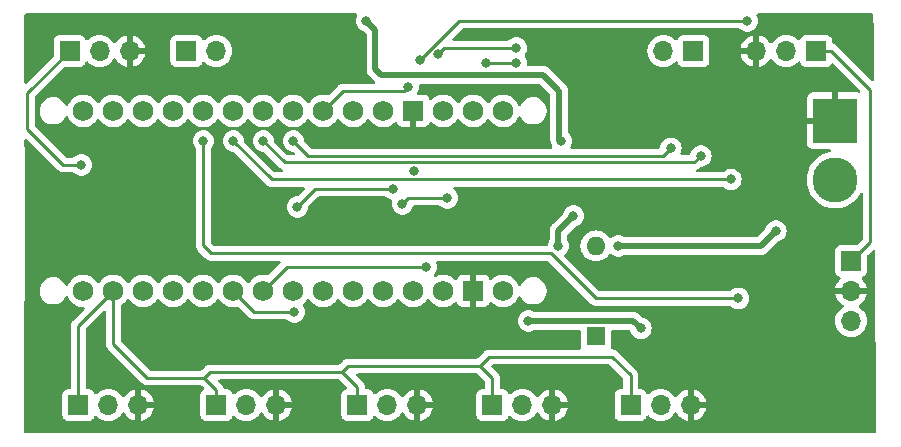
<source format=gbr>
%TF.GenerationSoftware,KiCad,Pcbnew,7.0.9*%
%TF.CreationDate,2024-06-02T15:37:05-06:00*%
%TF.ProjectId,luytenPCB,6c757974-656e-4504-9342-2e6b69636164,rev?*%
%TF.SameCoordinates,Original*%
%TF.FileFunction,Copper,L2,Bot*%
%TF.FilePolarity,Positive*%
%FSLAX46Y46*%
G04 Gerber Fmt 4.6, Leading zero omitted, Abs format (unit mm)*
G04 Created by KiCad (PCBNEW 7.0.9) date 2024-06-02 15:37:05*
%MOMM*%
%LPD*%
G01*
G04 APERTURE LIST*
%TA.AperFunction,ComponentPad*%
%ADD10R,3.800000X3.800000*%
%TD*%
%TA.AperFunction,ComponentPad*%
%ADD11C,3.800000*%
%TD*%
%TA.AperFunction,ComponentPad*%
%ADD12C,1.727200*%
%TD*%
%TA.AperFunction,ComponentPad*%
%ADD13R,1.727200X1.727200*%
%TD*%
%TA.AperFunction,ComponentPad*%
%ADD14R,1.700000X1.700000*%
%TD*%
%TA.AperFunction,ComponentPad*%
%ADD15O,1.700000X1.700000*%
%TD*%
%TA.AperFunction,ComponentPad*%
%ADD16R,1.600000X1.600000*%
%TD*%
%TA.AperFunction,ComponentPad*%
%ADD17O,1.600000X1.600000*%
%TD*%
%TA.AperFunction,ViaPad*%
%ADD18C,0.800000*%
%TD*%
%TA.AperFunction,Conductor*%
%ADD19C,0.250000*%
%TD*%
%TA.AperFunction,Conductor*%
%ADD20C,0.500000*%
%TD*%
G04 APERTURE END LIST*
D10*
%TO.P,J1,1,Pin_1*%
%TO.N,GND*%
X114879891Y-36399162D03*
D11*
%TO.P,J1,2,Pin_2*%
%TO.N,Net-(J1-Pin_2)*%
X114879891Y-41399162D03*
%TD*%
D12*
%TO.P,A1,3V3,3.3V*%
%TO.N,Arduino3.3V*%
X53752000Y-50800000D03*
%TO.P,A1,5V,5V*%
%TO.N,unconnected-(A1-Pad5V)*%
X79152000Y-50800000D03*
%TO.P,A1,A0,A0*%
%TO.N,DIST_R_INT*%
X58832000Y-50800000D03*
%TO.P,A1,A1,A1*%
%TO.N,DIST_RM_INT*%
X61372000Y-50800000D03*
%TO.P,A1,A2,A2*%
%TO.N,DIST_LM_INT*%
X63912000Y-50800000D03*
%TO.P,A1,A3,A3*%
%TO.N,DIST_L_INT*%
X66452000Y-50800000D03*
%TO.P,A1,A4,A4/SDA*%
%TO.N,MDC2_1*%
X68992000Y-50800000D03*
%TO.P,A1,A5,A5/SCL*%
%TO.N,MDC2_2*%
X71532000Y-50800000D03*
%TO.P,A1,A6,A6*%
%TO.N,MDC1_1*%
X74072000Y-50800000D03*
%TO.P,A1,A7,A7*%
%TO.N,MDC1_2*%
X76612000Y-50800000D03*
%TO.P,A1,B0,B0*%
%TO.N,unconnected-(A1-PadB0)*%
X56292000Y-50800000D03*
%TO.P,A1,B1,B1*%
%TO.N,unconnected-(A1-PadB1)*%
X81692000Y-50800000D03*
%TO.P,A1,D0,D0/RX*%
%TO.N,unconnected-(A1-D0{slash}RX-PadD0)*%
X84232000Y-35560000D03*
%TO.P,A1,D1,D1/TX*%
%TO.N,unconnected-(A1-D1{slash}TX-PadD1)*%
X86772000Y-35560000D03*
%TO.P,A1,D2,D2*%
%TO.N,unconnected-(A1-PadD2)*%
X76612000Y-35560000D03*
%TO.P,A1,D3,D3*%
%TO.N,unconnected-(A1-PadD3)*%
X74072000Y-35560000D03*
%TO.P,A1,D4,D4*%
%TO.N,LF_INT*%
X71532000Y-35560000D03*
%TO.P,A1,D5,D5*%
%TO.N,PS1*%
X68992000Y-35560000D03*
%TO.P,A1,D6,D6*%
%TO.N,PS2*%
X66452000Y-35560000D03*
%TO.P,A1,D7,D7*%
%TO.N,PS3*%
X63912000Y-35560000D03*
%TO.P,A1,D8,D8*%
%TO.N,START_SIGNAL*%
X61372000Y-35560000D03*
%TO.P,A1,D9,D9*%
%TO.N,DIST_C_INT*%
X58832000Y-35560000D03*
%TO.P,A1,D10,D10*%
%TO.N,RF_INT*%
X56292000Y-35560000D03*
%TO.P,A1,D11,D11_MOSI*%
%TO.N,unconnected-(A1-D11_MOSI-PadD11)*%
X53752000Y-35560000D03*
%TO.P,A1,D12,D12_MISO*%
%TO.N,unconnected-(A1-D12_MISO-PadD12)*%
X51212000Y-35560000D03*
%TO.P,A1,D13,D13_SCK*%
%TO.N,unconnected-(A1-D13_SCK-PadD13)*%
X51212000Y-50800000D03*
D13*
%TO.P,A1,GND1,GND*%
%TO.N,GND*%
X79152000Y-35560000D03*
%TO.P,A1,GND2,GND*%
X84232000Y-50800000D03*
D12*
%TO.P,A1,RST,~{RESET}*%
%TO.N,unconnected-(A1-~{RESET}-PadRST)*%
X81692000Y-35560000D03*
%TO.P,A1,VIN,VIN*%
%TO.N,ArduinoVIN*%
X86772000Y-50800000D03*
%TD*%
D14*
%TO.P,J7,1,Pin_1*%
%TO.N,Arduino3.3V*%
X85852000Y-60452000D03*
D15*
%TO.P,J7,2,Pin_2*%
%TO.N,DIST_LM_INT*%
X88392000Y-60452000D03*
%TO.P,J7,3,Pin_3*%
%TO.N,GND*%
X90932000Y-60452000D03*
%TD*%
D14*
%TO.P,J10,1,Pin_1*%
%TO.N,Arduino3.3V*%
X116225548Y-48260000D03*
D15*
%TO.P,J10,2,Pin_2*%
%TO.N,GND*%
X116225548Y-50800000D03*
%TO.P,J10,3,Pin_3*%
%TO.N,START_SIGNAL*%
X116225548Y-53340000D03*
%TD*%
D14*
%TO.P,J8,1,Pin_1*%
%TO.N,Arduino3.3V*%
X50800000Y-60452000D03*
D15*
%TO.P,J8,2,Pin_2*%
%TO.N,DIST_R_INT*%
X53340000Y-60452000D03*
%TO.P,J8,3,Pin_3*%
%TO.N,GND*%
X55880000Y-60452000D03*
%TD*%
D14*
%TO.P,J6,1,Pin_1*%
%TO.N,Arduino3.3V*%
X97551000Y-60452000D03*
D15*
%TO.P,J6,2,Pin_2*%
%TO.N,DIST_L_INT*%
X100091000Y-60452000D03*
%TO.P,J6,3,Pin_3*%
%TO.N,GND*%
X102631000Y-60452000D03*
%TD*%
D14*
%TO.P,J4,1,Pin_1*%
%TO.N,Arduino3.3V*%
X50053000Y-30480000D03*
D15*
%TO.P,J4,2,Pin_2*%
%TO.N,RF_INT*%
X52593000Y-30480000D03*
%TO.P,J4,3,Pin_3*%
%TO.N,GND*%
X55133000Y-30480000D03*
%TD*%
D14*
%TO.P,J5,1,Pin_1*%
%TO.N,Arduino3.3V*%
X113269000Y-30480000D03*
D15*
%TO.P,J5,2,Pin_2*%
%TO.N,LF_INT*%
X110729000Y-30480000D03*
%TO.P,J5,3,Pin_3*%
%TO.N,GND*%
X108189000Y-30480000D03*
%TD*%
D14*
%TO.P,J2,1,Pin_1*%
%TO.N,Net-(IC1-OUT1)*%
X102870000Y-30480000D03*
D15*
%TO.P,J2,2,Pin_2*%
%TO.N,Net-(IC1-OUT2)*%
X100330000Y-30480000D03*
%TD*%
D14*
%TO.P,J9,1,Pin_1*%
%TO.N,Arduino3.3V*%
X62484000Y-60452000D03*
D15*
%TO.P,J9,2,Pin_2*%
%TO.N,DIST_RM_INT*%
X65024000Y-60452000D03*
%TO.P,J9,3,Pin_3*%
%TO.N,GND*%
X67564000Y-60452000D03*
%TD*%
D14*
%TO.P,J3,1,Pin_1*%
%TO.N,Net-(IC2-OUT1)*%
X59944000Y-30480000D03*
D15*
%TO.P,J3,2,Pin_2*%
%TO.N,Net-(IC2-OUT2)*%
X62484000Y-30480000D03*
%TD*%
D16*
%TO.P,SW1,1,A*%
%TO.N,Net-(SW1-A)*%
X94615000Y-54610000D03*
D17*
%TO.P,SW1,2,B*%
%TO.N,Net-(J1-Pin_2)*%
X94615000Y-46990000D03*
%TD*%
D14*
%TO.P,J11,1,Pin_1*%
%TO.N,Arduino3.3V*%
X74422000Y-60452000D03*
D15*
%TO.P,J11,2,Pin_2*%
%TO.N,DIST_C_INT*%
X76962000Y-60452000D03*
%TO.P,J11,3,Pin_3*%
%TO.N,GND*%
X79502000Y-60452000D03*
%TD*%
D18*
%TO.N,GND*%
X71628000Y-45212000D03*
X71628000Y-43688000D03*
X73152000Y-43688000D03*
X76454000Y-45212000D03*
X73152000Y-45212000D03*
X79502000Y-45212000D03*
X79248000Y-40640000D03*
X79248000Y-37846000D03*
X66294000Y-31496000D03*
X65024000Y-30988000D03*
X97536000Y-30226000D03*
X113030000Y-57658000D03*
X111506000Y-57658000D03*
X109982000Y-57658000D03*
X108458000Y-57658000D03*
X110744000Y-36068000D03*
X110744000Y-34798000D03*
X110744000Y-33528000D03*
X87376000Y-38100000D03*
X85852000Y-38100000D03*
X50038000Y-45466000D03*
X50038000Y-43688000D03*
X66040000Y-44450000D03*
X66040000Y-42418000D03*
X64008000Y-44450000D03*
X64008000Y-42418000D03*
X92710000Y-32004000D03*
X91694000Y-31242000D03*
X92710000Y-30226000D03*
X91694000Y-29464000D03*
X71628000Y-32004000D03*
X71628000Y-30480000D03*
X70612000Y-31242000D03*
X70612000Y-29464000D03*
%TO.N,DIST_L_INT*%
X80264000Y-48768000D03*
%TO.N,DIST_LM_INT*%
X69088000Y-52578000D03*
%TO.N,Arduino3.3V*%
X51054000Y-40132000D03*
%TO.N,LF_INT*%
X79751347Y-31237347D03*
X107442000Y-27940000D03*
X78740000Y-33528000D03*
%TO.N,MDC1_1*%
X78232000Y-43434000D03*
X82042000Y-42926000D03*
X85344000Y-31496000D03*
X87884000Y-31496000D03*
%TO.N,MDC1_2*%
X81280000Y-30734000D03*
X87884000Y-30226000D03*
%TO.N,MDC2_1*%
X69342000Y-43688000D03*
X77470000Y-42164000D03*
%TO.N,ArduinoVIN*%
X91694000Y-38100000D03*
X75184000Y-27940000D03*
%TO.N,PS1*%
X68992000Y-38100000D03*
X100965000Y-38735000D03*
%TO.N,PS2*%
X103505000Y-39370000D03*
X66452000Y-38100000D03*
%TO.N,PS3*%
X106045000Y-41364500D03*
X63912000Y-38100000D03*
%TO.N,START_SIGNAL*%
X106680000Y-51435000D03*
X61372000Y-38100000D03*
%TO.N,ArduinoVIN*%
X91440000Y-46990000D03*
X92710000Y-44450000D03*
X88900000Y-53340000D03*
X98425000Y-53975000D03*
%TO.N,Net-(J1-Pin_2)*%
X109855000Y-45720000D03*
X96520000Y-46990000D03*
%TD*%
D19*
%TO.N,LF_INT*%
X78740000Y-33528000D02*
X78398500Y-33869500D01*
X78398500Y-33869500D02*
X73222500Y-33869500D01*
X73222500Y-33869500D02*
X71532000Y-35560000D01*
D20*
%TO.N,ArduinoVIN*%
X76454000Y-32512000D02*
X90170000Y-32512000D01*
X90170000Y-32512000D02*
X91440000Y-33782000D01*
X75946000Y-32004000D02*
X76454000Y-32512000D01*
X75946000Y-28702000D02*
X75946000Y-32004000D01*
X75184000Y-27940000D02*
X75946000Y-28702000D01*
D19*
%TO.N,MDC1_1*%
X85344000Y-31496000D02*
X87884000Y-31496000D01*
%TO.N,LF_INT*%
X79751347Y-31237347D02*
X83048695Y-27940000D01*
X83048695Y-27940000D02*
X107442000Y-27940000D01*
%TO.N,DIST_L_INT*%
X68484000Y-48768000D02*
X66452000Y-50800000D01*
X80264000Y-48768000D02*
X68484000Y-48768000D01*
%TO.N,DIST_LM_INT*%
X65690000Y-52578000D02*
X63912000Y-50800000D01*
X69088000Y-52578000D02*
X65690000Y-52578000D01*
%TO.N,Arduino3.3V*%
X97551000Y-57927000D02*
X97551000Y-60452000D01*
X96012000Y-56388000D02*
X97551000Y-57927000D01*
X85598000Y-56388000D02*
X96012000Y-56388000D01*
X84836000Y-57150000D02*
X85598000Y-56388000D01*
X85852000Y-58166000D02*
X85852000Y-60452000D01*
X84836000Y-57150000D02*
X85852000Y-58166000D01*
X73660000Y-57150000D02*
X84836000Y-57150000D01*
X73152000Y-57658000D02*
X73660000Y-57150000D01*
X73152000Y-57658000D02*
X74422000Y-58928000D01*
X61976000Y-57658000D02*
X73152000Y-57658000D01*
X74422000Y-58928000D02*
X74422000Y-60452000D01*
X61468000Y-58166000D02*
X61976000Y-57658000D01*
X62484000Y-59182000D02*
X62484000Y-60452000D01*
X56642000Y-58166000D02*
X61468000Y-58166000D01*
X53752000Y-55276000D02*
X56642000Y-58166000D01*
X61468000Y-58166000D02*
X62484000Y-59182000D01*
X53752000Y-50800000D02*
X53752000Y-55276000D01*
X50800000Y-53752000D02*
X53752000Y-50800000D01*
X50800000Y-60452000D02*
X50800000Y-53752000D01*
X49530000Y-40132000D02*
X51054000Y-40132000D01*
X46482000Y-37084000D02*
X49530000Y-40132000D01*
X46482000Y-34798000D02*
X46482000Y-37084000D01*
X46482000Y-34051000D02*
X46482000Y-34798000D01*
X50053000Y-30480000D02*
X46482000Y-34051000D01*
X117856000Y-46629548D02*
X116225548Y-48260000D01*
X117856000Y-33782000D02*
X117856000Y-46629548D01*
X114554000Y-30480000D02*
X117856000Y-33782000D01*
X113269000Y-30480000D02*
X114554000Y-30480000D01*
%TO.N,MDC1_1*%
X78740000Y-42926000D02*
X78232000Y-43434000D01*
X82042000Y-42926000D02*
X78740000Y-42926000D01*
%TO.N,MDC1_2*%
X81788000Y-30226000D02*
X81280000Y-30734000D01*
X87884000Y-30226000D02*
X81788000Y-30226000D01*
%TO.N,MDC2_1*%
X70866000Y-42164000D02*
X69342000Y-43688000D01*
X77470000Y-42164000D02*
X70866000Y-42164000D01*
%TO.N,ArduinoVIN*%
X91509000Y-37915000D02*
X91694000Y-38100000D01*
D20*
X91509000Y-33851000D02*
X91509000Y-37915000D01*
D19*
X91440000Y-33782000D02*
X91509000Y-33851000D01*
%TO.N,START_SIGNAL*%
X90805000Y-47625000D02*
X94615000Y-51435000D01*
X61372000Y-38100000D02*
X61372000Y-46942000D01*
X61372000Y-46942000D02*
X62055000Y-47625000D01*
X62055000Y-47625000D02*
X90805000Y-47625000D01*
X94615000Y-51435000D02*
X106680000Y-51435000D01*
%TO.N,PS2*%
X102960000Y-39915000D02*
X103505000Y-39370000D01*
X66452000Y-38100000D02*
X68267000Y-39915000D01*
X68267000Y-39915000D02*
X102960000Y-39915000D01*
%TO.N,PS3*%
X63912000Y-38100000D02*
X67176500Y-41364500D01*
X67176500Y-41364500D02*
X106045000Y-41364500D01*
%TO.N,PS1*%
X100330000Y-39370000D02*
X100965000Y-38735000D01*
X70262000Y-39370000D02*
X100330000Y-39370000D01*
X68992000Y-38100000D02*
X70262000Y-39370000D01*
D20*
%TO.N,ArduinoVIN*%
X91440000Y-46990000D02*
X91440000Y-45720000D01*
X91440000Y-45720000D02*
X92710000Y-44450000D01*
X97790000Y-53340000D02*
X88900000Y-53340000D01*
X98425000Y-53975000D02*
X97790000Y-53340000D01*
%TO.N,Net-(J1-Pin_2)*%
X96520000Y-46990000D02*
X108585000Y-46990000D01*
X108585000Y-46990000D02*
X109855000Y-45720000D01*
%TD*%
%TA.AperFunction,Conductor*%
%TO.N,GND*%
G36*
X74362786Y-27325185D02*
G01*
X74408541Y-27377989D01*
X74418485Y-27447147D01*
X74403134Y-27491500D01*
X74356821Y-27571715D01*
X74356818Y-27571722D01*
X74301479Y-27742039D01*
X74298326Y-27751744D01*
X74278540Y-27940000D01*
X74298326Y-28128256D01*
X74298327Y-28128259D01*
X74356818Y-28308277D01*
X74356821Y-28308284D01*
X74451467Y-28472216D01*
X74553185Y-28585185D01*
X74578129Y-28612888D01*
X74731265Y-28724148D01*
X74731270Y-28724151D01*
X74904191Y-28801142D01*
X74904193Y-28801142D01*
X74904197Y-28801144D01*
X74969329Y-28814987D01*
X75030809Y-28848178D01*
X75031228Y-28848596D01*
X75159181Y-28976549D01*
X75192666Y-29037872D01*
X75195500Y-29064230D01*
X75195500Y-31940294D01*
X75194191Y-31958263D01*
X75190710Y-31982025D01*
X75195264Y-32034064D01*
X75195500Y-32039470D01*
X75195500Y-32047709D01*
X75199306Y-32080274D01*
X75206000Y-32156791D01*
X75207461Y-32163867D01*
X75207403Y-32163878D01*
X75209034Y-32171237D01*
X75209092Y-32171224D01*
X75210757Y-32178250D01*
X75237025Y-32250424D01*
X75261185Y-32323331D01*
X75264236Y-32329874D01*
X75264182Y-32329898D01*
X75267470Y-32336688D01*
X75267521Y-32336663D01*
X75270761Y-32343113D01*
X75270762Y-32343114D01*
X75270763Y-32343117D01*
X75312965Y-32407283D01*
X75353287Y-32472655D01*
X75357766Y-32478319D01*
X75357719Y-32478356D01*
X75362482Y-32484202D01*
X75362528Y-32484164D01*
X75367173Y-32489700D01*
X75423019Y-32542387D01*
X75878268Y-32997635D01*
X75890050Y-33011268D01*
X75904390Y-33030530D01*
X75908517Y-33034904D01*
X75940206Y-33097174D01*
X75933199Y-33166691D01*
X75889720Y-33221384D01*
X75823573Y-33243889D01*
X75818325Y-33244000D01*
X73305243Y-33244000D01*
X73289622Y-33242275D01*
X73289596Y-33242561D01*
X73281834Y-33241827D01*
X73281833Y-33241827D01*
X73212686Y-33244000D01*
X73183149Y-33244000D01*
X73176266Y-33244869D01*
X73170449Y-33245326D01*
X73123873Y-33246790D01*
X73104629Y-33252381D01*
X73085579Y-33256325D01*
X73065711Y-33258834D01*
X73022384Y-33275988D01*
X73016858Y-33277879D01*
X72972114Y-33290879D01*
X72972110Y-33290881D01*
X72954866Y-33301079D01*
X72937405Y-33309633D01*
X72918774Y-33317010D01*
X72918762Y-33317017D01*
X72881070Y-33344402D01*
X72876187Y-33347609D01*
X72836080Y-33371329D01*
X72821914Y-33385495D01*
X72807124Y-33398127D01*
X72790914Y-33409904D01*
X72790911Y-33409907D01*
X72761210Y-33445809D01*
X72757277Y-33450131D01*
X72001869Y-34205538D01*
X71940546Y-34239023D01*
X71873925Y-34235138D01*
X71868015Y-34233109D01*
X71674924Y-34200888D01*
X71645033Y-34195900D01*
X71418967Y-34195900D01*
X71389076Y-34200888D01*
X71195982Y-34233109D01*
X70982172Y-34306510D01*
X70982167Y-34306512D01*
X70783352Y-34414106D01*
X70604955Y-34552959D01*
X70604950Y-34552963D01*
X70451850Y-34719272D01*
X70451842Y-34719283D01*
X70365808Y-34850968D01*
X70312662Y-34896325D01*
X70243430Y-34905748D01*
X70180095Y-34876246D01*
X70158192Y-34850968D01*
X70072157Y-34719283D01*
X70072149Y-34719272D01*
X69919049Y-34552963D01*
X69919048Y-34552962D01*
X69919046Y-34552960D01*
X69740649Y-34414107D01*
X69699396Y-34391782D01*
X69541832Y-34306512D01*
X69541827Y-34306510D01*
X69328017Y-34233109D01*
X69134924Y-34200888D01*
X69105033Y-34195900D01*
X68878967Y-34195900D01*
X68849076Y-34200888D01*
X68655982Y-34233109D01*
X68442172Y-34306510D01*
X68442167Y-34306512D01*
X68243352Y-34414106D01*
X68064955Y-34552959D01*
X68064950Y-34552963D01*
X67911850Y-34719272D01*
X67911842Y-34719283D01*
X67825808Y-34850968D01*
X67772662Y-34896325D01*
X67703430Y-34905748D01*
X67640095Y-34876246D01*
X67618192Y-34850968D01*
X67532157Y-34719283D01*
X67532149Y-34719272D01*
X67379049Y-34552963D01*
X67379048Y-34552962D01*
X67379046Y-34552960D01*
X67200649Y-34414107D01*
X67159396Y-34391782D01*
X67001832Y-34306512D01*
X67001827Y-34306510D01*
X66788017Y-34233109D01*
X66594924Y-34200888D01*
X66565033Y-34195900D01*
X66338967Y-34195900D01*
X66309076Y-34200888D01*
X66115982Y-34233109D01*
X65902172Y-34306510D01*
X65902167Y-34306512D01*
X65703352Y-34414106D01*
X65524955Y-34552959D01*
X65524950Y-34552963D01*
X65371850Y-34719272D01*
X65371842Y-34719283D01*
X65285808Y-34850968D01*
X65232662Y-34896325D01*
X65163430Y-34905748D01*
X65100095Y-34876246D01*
X65078192Y-34850968D01*
X64992157Y-34719283D01*
X64992149Y-34719272D01*
X64839049Y-34552963D01*
X64839048Y-34552962D01*
X64839046Y-34552960D01*
X64660649Y-34414107D01*
X64619396Y-34391782D01*
X64461832Y-34306512D01*
X64461827Y-34306510D01*
X64248017Y-34233109D01*
X64054924Y-34200888D01*
X64025033Y-34195900D01*
X63798967Y-34195900D01*
X63769076Y-34200888D01*
X63575982Y-34233109D01*
X63362172Y-34306510D01*
X63362167Y-34306512D01*
X63163352Y-34414106D01*
X62984955Y-34552959D01*
X62984950Y-34552963D01*
X62831850Y-34719272D01*
X62831842Y-34719283D01*
X62745808Y-34850968D01*
X62692662Y-34896325D01*
X62623430Y-34905748D01*
X62560095Y-34876246D01*
X62538192Y-34850968D01*
X62452157Y-34719283D01*
X62452149Y-34719272D01*
X62299049Y-34552963D01*
X62299048Y-34552962D01*
X62299046Y-34552960D01*
X62120649Y-34414107D01*
X62079396Y-34391782D01*
X61921832Y-34306512D01*
X61921827Y-34306510D01*
X61708017Y-34233109D01*
X61514924Y-34200888D01*
X61485033Y-34195900D01*
X61258967Y-34195900D01*
X61229076Y-34200888D01*
X61035982Y-34233109D01*
X60822172Y-34306510D01*
X60822167Y-34306512D01*
X60623352Y-34414106D01*
X60444955Y-34552959D01*
X60444950Y-34552963D01*
X60291850Y-34719272D01*
X60291842Y-34719283D01*
X60205808Y-34850968D01*
X60152662Y-34896325D01*
X60083430Y-34905748D01*
X60020095Y-34876246D01*
X59998192Y-34850968D01*
X59912157Y-34719283D01*
X59912149Y-34719272D01*
X59759049Y-34552963D01*
X59759048Y-34552962D01*
X59759046Y-34552960D01*
X59580649Y-34414107D01*
X59539396Y-34391782D01*
X59381832Y-34306512D01*
X59381827Y-34306510D01*
X59168017Y-34233109D01*
X58974924Y-34200888D01*
X58945033Y-34195900D01*
X58718967Y-34195900D01*
X58689076Y-34200888D01*
X58495982Y-34233109D01*
X58282172Y-34306510D01*
X58282167Y-34306512D01*
X58083352Y-34414106D01*
X57904955Y-34552959D01*
X57904950Y-34552963D01*
X57751850Y-34719272D01*
X57751842Y-34719283D01*
X57665808Y-34850968D01*
X57612662Y-34896325D01*
X57543430Y-34905748D01*
X57480095Y-34876246D01*
X57458192Y-34850968D01*
X57372157Y-34719283D01*
X57372149Y-34719272D01*
X57219049Y-34552963D01*
X57219048Y-34552962D01*
X57219046Y-34552960D01*
X57040649Y-34414107D01*
X56999396Y-34391782D01*
X56841832Y-34306512D01*
X56841827Y-34306510D01*
X56628017Y-34233109D01*
X56434924Y-34200888D01*
X56405033Y-34195900D01*
X56178967Y-34195900D01*
X56149076Y-34200888D01*
X55955982Y-34233109D01*
X55742172Y-34306510D01*
X55742167Y-34306512D01*
X55543352Y-34414106D01*
X55364955Y-34552959D01*
X55364950Y-34552963D01*
X55211850Y-34719272D01*
X55211842Y-34719283D01*
X55125808Y-34850968D01*
X55072662Y-34896325D01*
X55003430Y-34905748D01*
X54940095Y-34876246D01*
X54918192Y-34850968D01*
X54832157Y-34719283D01*
X54832149Y-34719272D01*
X54679049Y-34552963D01*
X54679048Y-34552962D01*
X54679046Y-34552960D01*
X54500649Y-34414107D01*
X54459396Y-34391782D01*
X54301832Y-34306512D01*
X54301827Y-34306510D01*
X54088017Y-34233109D01*
X53894924Y-34200888D01*
X53865033Y-34195900D01*
X53638967Y-34195900D01*
X53609076Y-34200888D01*
X53415982Y-34233109D01*
X53202172Y-34306510D01*
X53202167Y-34306512D01*
X53003352Y-34414106D01*
X52824955Y-34552959D01*
X52824950Y-34552963D01*
X52671850Y-34719272D01*
X52671842Y-34719283D01*
X52585808Y-34850968D01*
X52532662Y-34896325D01*
X52463430Y-34905748D01*
X52400095Y-34876246D01*
X52378192Y-34850968D01*
X52292157Y-34719283D01*
X52292149Y-34719272D01*
X52139049Y-34552963D01*
X52139048Y-34552962D01*
X52139046Y-34552960D01*
X51960649Y-34414107D01*
X51919396Y-34391782D01*
X51761832Y-34306512D01*
X51761827Y-34306510D01*
X51548017Y-34233109D01*
X51354924Y-34200888D01*
X51325033Y-34195900D01*
X51098967Y-34195900D01*
X51069076Y-34200888D01*
X50875982Y-34233109D01*
X50662172Y-34306510D01*
X50662167Y-34306512D01*
X50463352Y-34414106D01*
X50284955Y-34552959D01*
X50284950Y-34552963D01*
X50131850Y-34719272D01*
X50131842Y-34719283D01*
X50008198Y-34908533D01*
X49940483Y-35062909D01*
X49895527Y-35116395D01*
X49828791Y-35137085D01*
X49761463Y-35118410D01*
X49714920Y-35066300D01*
X49711301Y-35057894D01*
X49706301Y-35044988D01*
X49706298Y-35044982D01*
X49706298Y-35044981D01*
X49594052Y-34863698D01*
X49450407Y-34706128D01*
X49442561Y-34700203D01*
X49280253Y-34577632D01*
X49089393Y-34482596D01*
X48884310Y-34424244D01*
X48725194Y-34409500D01*
X48618806Y-34409500D01*
X48491513Y-34421295D01*
X48459689Y-34424244D01*
X48254607Y-34482596D01*
X48254605Y-34482596D01*
X48063746Y-34577632D01*
X47893593Y-34706127D01*
X47749947Y-34863699D01*
X47637702Y-35044980D01*
X47637701Y-35044982D01*
X47602021Y-35137085D01*
X47560679Y-35243802D01*
X47521500Y-35453390D01*
X47521500Y-35666610D01*
X47560679Y-35876198D01*
X47560680Y-35876200D01*
X47608184Y-35998825D01*
X47637702Y-36075019D01*
X47749948Y-36256302D01*
X47880183Y-36399162D01*
X47893593Y-36413872D01*
X48063746Y-36542367D01*
X48254606Y-36637403D01*
X48254608Y-36637403D01*
X48254611Y-36637405D01*
X48459690Y-36695756D01*
X48618806Y-36710500D01*
X48618810Y-36710500D01*
X48725190Y-36710500D01*
X48725194Y-36710500D01*
X48884310Y-36695756D01*
X49089389Y-36637405D01*
X49089393Y-36637403D01*
X49089394Y-36637403D01*
X49280253Y-36542367D01*
X49280253Y-36542366D01*
X49280255Y-36542366D01*
X49450407Y-36413872D01*
X49594052Y-36256302D01*
X49706298Y-36075019D01*
X49711300Y-36062106D01*
X49753872Y-36006705D01*
X49819639Y-35983114D01*
X49887719Y-35998825D01*
X49936499Y-36048848D01*
X49940483Y-36057090D01*
X50008198Y-36211466D01*
X50131842Y-36400716D01*
X50131850Y-36400727D01*
X50284950Y-36567036D01*
X50284954Y-36567040D01*
X50463351Y-36705893D01*
X50662169Y-36813488D01*
X50662172Y-36813489D01*
X50875982Y-36886890D01*
X50875984Y-36886890D01*
X50875986Y-36886891D01*
X51098967Y-36924100D01*
X51098968Y-36924100D01*
X51325032Y-36924100D01*
X51325033Y-36924100D01*
X51548014Y-36886891D01*
X51761831Y-36813488D01*
X51960649Y-36705893D01*
X52139046Y-36567040D01*
X52292156Y-36400719D01*
X52378193Y-36269028D01*
X52431338Y-36223675D01*
X52500569Y-36214251D01*
X52563905Y-36243753D01*
X52585804Y-36269025D01*
X52671844Y-36400719D01*
X52671849Y-36400724D01*
X52671850Y-36400727D01*
X52824950Y-36567036D01*
X52824954Y-36567040D01*
X53003351Y-36705893D01*
X53202169Y-36813488D01*
X53202172Y-36813489D01*
X53415982Y-36886890D01*
X53415984Y-36886890D01*
X53415986Y-36886891D01*
X53638967Y-36924100D01*
X53638968Y-36924100D01*
X53865032Y-36924100D01*
X53865033Y-36924100D01*
X54088014Y-36886891D01*
X54301831Y-36813488D01*
X54500649Y-36705893D01*
X54679046Y-36567040D01*
X54832156Y-36400719D01*
X54918193Y-36269028D01*
X54971338Y-36223675D01*
X55040569Y-36214251D01*
X55103905Y-36243753D01*
X55125804Y-36269025D01*
X55211844Y-36400719D01*
X55211849Y-36400724D01*
X55211850Y-36400727D01*
X55364950Y-36567036D01*
X55364954Y-36567040D01*
X55543351Y-36705893D01*
X55742169Y-36813488D01*
X55742172Y-36813489D01*
X55955982Y-36886890D01*
X55955984Y-36886890D01*
X55955986Y-36886891D01*
X56178967Y-36924100D01*
X56178968Y-36924100D01*
X56405032Y-36924100D01*
X56405033Y-36924100D01*
X56628014Y-36886891D01*
X56841831Y-36813488D01*
X57040649Y-36705893D01*
X57219046Y-36567040D01*
X57372156Y-36400719D01*
X57458193Y-36269028D01*
X57511338Y-36223675D01*
X57580569Y-36214251D01*
X57643905Y-36243753D01*
X57665804Y-36269025D01*
X57751844Y-36400719D01*
X57751849Y-36400724D01*
X57751850Y-36400727D01*
X57904950Y-36567036D01*
X57904954Y-36567040D01*
X58083351Y-36705893D01*
X58282169Y-36813488D01*
X58282172Y-36813489D01*
X58495982Y-36886890D01*
X58495984Y-36886890D01*
X58495986Y-36886891D01*
X58718967Y-36924100D01*
X58718968Y-36924100D01*
X58945032Y-36924100D01*
X58945033Y-36924100D01*
X59168014Y-36886891D01*
X59381831Y-36813488D01*
X59580649Y-36705893D01*
X59759046Y-36567040D01*
X59912156Y-36400719D01*
X59998193Y-36269028D01*
X60051338Y-36223675D01*
X60120569Y-36214251D01*
X60183905Y-36243753D01*
X60205804Y-36269025D01*
X60291844Y-36400719D01*
X60291849Y-36400724D01*
X60291850Y-36400727D01*
X60444950Y-36567036D01*
X60444954Y-36567040D01*
X60623351Y-36705893D01*
X60822169Y-36813488D01*
X60822172Y-36813489D01*
X61035982Y-36886890D01*
X61035984Y-36886890D01*
X61035986Y-36886891D01*
X61258967Y-36924100D01*
X61258968Y-36924100D01*
X61485032Y-36924100D01*
X61485033Y-36924100D01*
X61708014Y-36886891D01*
X61921831Y-36813488D01*
X62120649Y-36705893D01*
X62299046Y-36567040D01*
X62452156Y-36400719D01*
X62538193Y-36269028D01*
X62591338Y-36223675D01*
X62660569Y-36214251D01*
X62723905Y-36243753D01*
X62745804Y-36269025D01*
X62831844Y-36400719D01*
X62831849Y-36400724D01*
X62831850Y-36400727D01*
X62984950Y-36567036D01*
X62984954Y-36567040D01*
X63163351Y-36705893D01*
X63362169Y-36813488D01*
X63362172Y-36813489D01*
X63575982Y-36886890D01*
X63575984Y-36886890D01*
X63575986Y-36886891D01*
X63798967Y-36924100D01*
X63798968Y-36924100D01*
X64025032Y-36924100D01*
X64025033Y-36924100D01*
X64248014Y-36886891D01*
X64461831Y-36813488D01*
X64660649Y-36705893D01*
X64839046Y-36567040D01*
X64992156Y-36400719D01*
X65078193Y-36269028D01*
X65131338Y-36223675D01*
X65200569Y-36214251D01*
X65263905Y-36243753D01*
X65285804Y-36269025D01*
X65371844Y-36400719D01*
X65371849Y-36400724D01*
X65371850Y-36400727D01*
X65524950Y-36567036D01*
X65524954Y-36567040D01*
X65703351Y-36705893D01*
X65902169Y-36813488D01*
X65902172Y-36813489D01*
X66115982Y-36886890D01*
X66115984Y-36886890D01*
X66115986Y-36886891D01*
X66338967Y-36924100D01*
X66338968Y-36924100D01*
X66565032Y-36924100D01*
X66565033Y-36924100D01*
X66788014Y-36886891D01*
X67001831Y-36813488D01*
X67200649Y-36705893D01*
X67379046Y-36567040D01*
X67532156Y-36400719D01*
X67618193Y-36269028D01*
X67671338Y-36223675D01*
X67740569Y-36214251D01*
X67803905Y-36243753D01*
X67825804Y-36269025D01*
X67911844Y-36400719D01*
X67911849Y-36400724D01*
X67911850Y-36400727D01*
X68064950Y-36567036D01*
X68064954Y-36567040D01*
X68243351Y-36705893D01*
X68442169Y-36813488D01*
X68442172Y-36813489D01*
X68655982Y-36886890D01*
X68655984Y-36886890D01*
X68655986Y-36886891D01*
X68878967Y-36924100D01*
X68878968Y-36924100D01*
X69105032Y-36924100D01*
X69105033Y-36924100D01*
X69328014Y-36886891D01*
X69541831Y-36813488D01*
X69740649Y-36705893D01*
X69919046Y-36567040D01*
X70072156Y-36400719D01*
X70158193Y-36269028D01*
X70211338Y-36223675D01*
X70280569Y-36214251D01*
X70343905Y-36243753D01*
X70365804Y-36269025D01*
X70451844Y-36400719D01*
X70451849Y-36400724D01*
X70451850Y-36400727D01*
X70604950Y-36567036D01*
X70604954Y-36567040D01*
X70783351Y-36705893D01*
X70982169Y-36813488D01*
X70982172Y-36813489D01*
X71195982Y-36886890D01*
X71195984Y-36886890D01*
X71195986Y-36886891D01*
X71418967Y-36924100D01*
X71418968Y-36924100D01*
X71645032Y-36924100D01*
X71645033Y-36924100D01*
X71868014Y-36886891D01*
X72081831Y-36813488D01*
X72280649Y-36705893D01*
X72459046Y-36567040D01*
X72612156Y-36400719D01*
X72698193Y-36269028D01*
X72751338Y-36223675D01*
X72820569Y-36214251D01*
X72883905Y-36243753D01*
X72905804Y-36269025D01*
X72991844Y-36400719D01*
X72991849Y-36400724D01*
X72991850Y-36400727D01*
X73144950Y-36567036D01*
X73144954Y-36567040D01*
X73323351Y-36705893D01*
X73522169Y-36813488D01*
X73522172Y-36813489D01*
X73735982Y-36886890D01*
X73735984Y-36886890D01*
X73735986Y-36886891D01*
X73958967Y-36924100D01*
X73958968Y-36924100D01*
X74185032Y-36924100D01*
X74185033Y-36924100D01*
X74408014Y-36886891D01*
X74621831Y-36813488D01*
X74820649Y-36705893D01*
X74999046Y-36567040D01*
X75152156Y-36400719D01*
X75238193Y-36269028D01*
X75291338Y-36223675D01*
X75360569Y-36214251D01*
X75423905Y-36243753D01*
X75445804Y-36269025D01*
X75531844Y-36400719D01*
X75531849Y-36400724D01*
X75531850Y-36400727D01*
X75684950Y-36567036D01*
X75684954Y-36567040D01*
X75863351Y-36705893D01*
X76062169Y-36813488D01*
X76062172Y-36813489D01*
X76275982Y-36886890D01*
X76275984Y-36886890D01*
X76275986Y-36886891D01*
X76498967Y-36924100D01*
X76498968Y-36924100D01*
X76725032Y-36924100D01*
X76725033Y-36924100D01*
X76948014Y-36886891D01*
X77161831Y-36813488D01*
X77360649Y-36705893D01*
X77539046Y-36567040D01*
X77593815Y-36507545D01*
X77653699Y-36471557D01*
X77723537Y-36473657D01*
X77781153Y-36513180D01*
X77801224Y-36548196D01*
X77845046Y-36665688D01*
X77845049Y-36665693D01*
X77931209Y-36780787D01*
X77931212Y-36780790D01*
X78046306Y-36866950D01*
X78046313Y-36866954D01*
X78181020Y-36917196D01*
X78181027Y-36917198D01*
X78240555Y-36923599D01*
X78240572Y-36923600D01*
X78902000Y-36923600D01*
X78902000Y-36004297D01*
X79007408Y-36052435D01*
X79115666Y-36068000D01*
X79188334Y-36068000D01*
X79296592Y-36052435D01*
X79402000Y-36004297D01*
X79402000Y-36923600D01*
X80063428Y-36923600D01*
X80063444Y-36923599D01*
X80122972Y-36917198D01*
X80122979Y-36917196D01*
X80257686Y-36866954D01*
X80257693Y-36866950D01*
X80372787Y-36780790D01*
X80372790Y-36780787D01*
X80458950Y-36665693D01*
X80458954Y-36665686D01*
X80502775Y-36548197D01*
X80544646Y-36492263D01*
X80610110Y-36467846D01*
X80678383Y-36482698D01*
X80710186Y-36507547D01*
X80764950Y-36567036D01*
X80764954Y-36567040D01*
X80943351Y-36705893D01*
X81142169Y-36813488D01*
X81142172Y-36813489D01*
X81355982Y-36886890D01*
X81355984Y-36886890D01*
X81355986Y-36886891D01*
X81578967Y-36924100D01*
X81578968Y-36924100D01*
X81805032Y-36924100D01*
X81805033Y-36924100D01*
X82028014Y-36886891D01*
X82241831Y-36813488D01*
X82440649Y-36705893D01*
X82619046Y-36567040D01*
X82772156Y-36400719D01*
X82858193Y-36269028D01*
X82911338Y-36223675D01*
X82980569Y-36214251D01*
X83043905Y-36243753D01*
X83065804Y-36269025D01*
X83151844Y-36400719D01*
X83151849Y-36400724D01*
X83151850Y-36400727D01*
X83304950Y-36567036D01*
X83304954Y-36567040D01*
X83483351Y-36705893D01*
X83682169Y-36813488D01*
X83682172Y-36813489D01*
X83895982Y-36886890D01*
X83895984Y-36886890D01*
X83895986Y-36886891D01*
X84118967Y-36924100D01*
X84118968Y-36924100D01*
X84345032Y-36924100D01*
X84345033Y-36924100D01*
X84568014Y-36886891D01*
X84781831Y-36813488D01*
X84980649Y-36705893D01*
X85159046Y-36567040D01*
X85312156Y-36400719D01*
X85398193Y-36269028D01*
X85451338Y-36223675D01*
X85520569Y-36214251D01*
X85583905Y-36243753D01*
X85605804Y-36269025D01*
X85691844Y-36400719D01*
X85691849Y-36400724D01*
X85691850Y-36400727D01*
X85844950Y-36567036D01*
X85844954Y-36567040D01*
X86023351Y-36705893D01*
X86222169Y-36813488D01*
X86222172Y-36813489D01*
X86435982Y-36886890D01*
X86435984Y-36886890D01*
X86435986Y-36886891D01*
X86658967Y-36924100D01*
X86658968Y-36924100D01*
X86885032Y-36924100D01*
X86885033Y-36924100D01*
X87108014Y-36886891D01*
X87321831Y-36813488D01*
X87520649Y-36705893D01*
X87699046Y-36567040D01*
X87852156Y-36400719D01*
X87975802Y-36211465D01*
X88043517Y-36057089D01*
X88088471Y-36003605D01*
X88155207Y-35982914D01*
X88222535Y-36001588D01*
X88269079Y-36053698D01*
X88272697Y-36062102D01*
X88277698Y-36075011D01*
X88277700Y-36075014D01*
X88277702Y-36075019D01*
X88389948Y-36256302D01*
X88520183Y-36399162D01*
X88533593Y-36413872D01*
X88703746Y-36542367D01*
X88894606Y-36637403D01*
X88894608Y-36637403D01*
X88894611Y-36637405D01*
X89099690Y-36695756D01*
X89258806Y-36710500D01*
X89258810Y-36710500D01*
X89365190Y-36710500D01*
X89365194Y-36710500D01*
X89524310Y-36695756D01*
X89729389Y-36637405D01*
X89729393Y-36637403D01*
X89729394Y-36637403D01*
X89920253Y-36542367D01*
X89920253Y-36542366D01*
X89920255Y-36542366D01*
X90090407Y-36413872D01*
X90234052Y-36256302D01*
X90346298Y-36075019D01*
X90423321Y-35876198D01*
X90462500Y-35666610D01*
X90462500Y-35453390D01*
X90423321Y-35243802D01*
X90346298Y-35044981D01*
X90234052Y-34863698D01*
X90090407Y-34706128D01*
X90082561Y-34700203D01*
X89920253Y-34577632D01*
X89729393Y-34482596D01*
X89524310Y-34424244D01*
X89365194Y-34409500D01*
X89258806Y-34409500D01*
X89131513Y-34421295D01*
X89099689Y-34424244D01*
X88894607Y-34482596D01*
X88894605Y-34482596D01*
X88703746Y-34577632D01*
X88533593Y-34706127D01*
X88389947Y-34863699D01*
X88277702Y-35044980D01*
X88277698Y-35044988D01*
X88272696Y-35057900D01*
X88230120Y-35113299D01*
X88164352Y-35136885D01*
X88096272Y-35121170D01*
X88047496Y-35071144D01*
X88043522Y-35062922D01*
X87975802Y-34908535D01*
X87946508Y-34863698D01*
X87852157Y-34719283D01*
X87852149Y-34719272D01*
X87699049Y-34552963D01*
X87699048Y-34552962D01*
X87699046Y-34552960D01*
X87520649Y-34414107D01*
X87479396Y-34391782D01*
X87321832Y-34306512D01*
X87321827Y-34306510D01*
X87108017Y-34233109D01*
X86914924Y-34200888D01*
X86885033Y-34195900D01*
X86658967Y-34195900D01*
X86629076Y-34200888D01*
X86435982Y-34233109D01*
X86222172Y-34306510D01*
X86222167Y-34306512D01*
X86023352Y-34414106D01*
X85844955Y-34552959D01*
X85844950Y-34552963D01*
X85691850Y-34719272D01*
X85691842Y-34719283D01*
X85605808Y-34850968D01*
X85552662Y-34896325D01*
X85483430Y-34905748D01*
X85420095Y-34876246D01*
X85398192Y-34850968D01*
X85312157Y-34719283D01*
X85312149Y-34719272D01*
X85159049Y-34552963D01*
X85159048Y-34552962D01*
X85159046Y-34552960D01*
X84980649Y-34414107D01*
X84939396Y-34391782D01*
X84781832Y-34306512D01*
X84781827Y-34306510D01*
X84568017Y-34233109D01*
X84374924Y-34200888D01*
X84345033Y-34195900D01*
X84118967Y-34195900D01*
X84089076Y-34200888D01*
X83895982Y-34233109D01*
X83682172Y-34306510D01*
X83682167Y-34306512D01*
X83483352Y-34414106D01*
X83304955Y-34552959D01*
X83304950Y-34552963D01*
X83151850Y-34719272D01*
X83151842Y-34719283D01*
X83065808Y-34850968D01*
X83012662Y-34896325D01*
X82943430Y-34905748D01*
X82880095Y-34876246D01*
X82858192Y-34850968D01*
X82772157Y-34719283D01*
X82772149Y-34719272D01*
X82619049Y-34552963D01*
X82619048Y-34552962D01*
X82619046Y-34552960D01*
X82440649Y-34414107D01*
X82399396Y-34391782D01*
X82241832Y-34306512D01*
X82241827Y-34306510D01*
X82028017Y-34233109D01*
X81834924Y-34200888D01*
X81805033Y-34195900D01*
X81578967Y-34195900D01*
X81549076Y-34200888D01*
X81355982Y-34233109D01*
X81142172Y-34306510D01*
X81142167Y-34306512D01*
X80943352Y-34414106D01*
X80764955Y-34552958D01*
X80710186Y-34612453D01*
X80650298Y-34648443D01*
X80580460Y-34646342D01*
X80522845Y-34606817D01*
X80502775Y-34571802D01*
X80458954Y-34454313D01*
X80458950Y-34454306D01*
X80372790Y-34339212D01*
X80372787Y-34339209D01*
X80257693Y-34253049D01*
X80257686Y-34253045D01*
X80122979Y-34202803D01*
X80122972Y-34202801D01*
X80063444Y-34196400D01*
X79608681Y-34196400D01*
X79541642Y-34176715D01*
X79495887Y-34123911D01*
X79485943Y-34054753D01*
X79501294Y-34010400D01*
X79567179Y-33896284D01*
X79625674Y-33716256D01*
X79645460Y-33528000D01*
X79631950Y-33399459D01*
X79644520Y-33330731D01*
X79692252Y-33279708D01*
X79755271Y-33262500D01*
X89807770Y-33262500D01*
X89874809Y-33282185D01*
X89895451Y-33298819D01*
X90722181Y-34125548D01*
X90755666Y-34186871D01*
X90758500Y-34213229D01*
X90758500Y-37958709D01*
X90769597Y-38053651D01*
X90773759Y-38089258D01*
X90787745Y-38127683D01*
X90794544Y-38157130D01*
X90808326Y-38288257D01*
X90808327Y-38288260D01*
X90866818Y-38468277D01*
X90866821Y-38468284D01*
X90918907Y-38558500D01*
X90935380Y-38626401D01*
X90912527Y-38692427D01*
X90857606Y-38735618D01*
X90811520Y-38744500D01*
X70572453Y-38744500D01*
X70505414Y-38724815D01*
X70484772Y-38708181D01*
X69930960Y-38154369D01*
X69897475Y-38093046D01*
X69895323Y-38079668D01*
X69877674Y-37911744D01*
X69819179Y-37731716D01*
X69724533Y-37567784D01*
X69597871Y-37427112D01*
X69597870Y-37427111D01*
X69444734Y-37315851D01*
X69444729Y-37315848D01*
X69271807Y-37238857D01*
X69271802Y-37238855D01*
X69126001Y-37207865D01*
X69086646Y-37199500D01*
X68897354Y-37199500D01*
X68864897Y-37206398D01*
X68712197Y-37238855D01*
X68712192Y-37238857D01*
X68539270Y-37315848D01*
X68539265Y-37315851D01*
X68386129Y-37427111D01*
X68259466Y-37567785D01*
X68164821Y-37731715D01*
X68164818Y-37731722D01*
X68106327Y-37911740D01*
X68106326Y-37911744D01*
X68086540Y-38100000D01*
X68106326Y-38288256D01*
X68106327Y-38288259D01*
X68164818Y-38468277D01*
X68164821Y-38468284D01*
X68259467Y-38632216D01*
X68352571Y-38735618D01*
X68386129Y-38772888D01*
X68539265Y-38884148D01*
X68539270Y-38884151D01*
X68712192Y-38961142D01*
X68712197Y-38961144D01*
X68897354Y-39000500D01*
X68956548Y-39000500D01*
X69023587Y-39020185D01*
X69044229Y-39036819D01*
X69085229Y-39077819D01*
X69118714Y-39139142D01*
X69113730Y-39208834D01*
X69071858Y-39264767D01*
X69006394Y-39289184D01*
X68997548Y-39289500D01*
X68577452Y-39289500D01*
X68510413Y-39269815D01*
X68489771Y-39253181D01*
X67390960Y-38154369D01*
X67357475Y-38093046D01*
X67355323Y-38079668D01*
X67337674Y-37911744D01*
X67279179Y-37731716D01*
X67184533Y-37567784D01*
X67057871Y-37427112D01*
X67057870Y-37427111D01*
X66904734Y-37315851D01*
X66904729Y-37315848D01*
X66731807Y-37238857D01*
X66731802Y-37238855D01*
X66586001Y-37207865D01*
X66546646Y-37199500D01*
X66357354Y-37199500D01*
X66324897Y-37206398D01*
X66172197Y-37238855D01*
X66172192Y-37238857D01*
X65999270Y-37315848D01*
X65999265Y-37315851D01*
X65846129Y-37427111D01*
X65719466Y-37567785D01*
X65624821Y-37731715D01*
X65624818Y-37731722D01*
X65566327Y-37911740D01*
X65566326Y-37911744D01*
X65546540Y-38100000D01*
X65566326Y-38288256D01*
X65566327Y-38288259D01*
X65624818Y-38468277D01*
X65624821Y-38468284D01*
X65719467Y-38632216D01*
X65812571Y-38735618D01*
X65846129Y-38772888D01*
X65999265Y-38884148D01*
X65999270Y-38884151D01*
X66172192Y-38961142D01*
X66172197Y-38961144D01*
X66357354Y-39000500D01*
X66416548Y-39000500D01*
X66483587Y-39020185D01*
X66504229Y-39036819D01*
X67766194Y-40298784D01*
X67776019Y-40311048D01*
X67776240Y-40310866D01*
X67781210Y-40316873D01*
X67781213Y-40316876D01*
X67781214Y-40316877D01*
X67831651Y-40364241D01*
X67852530Y-40385120D01*
X67858004Y-40389366D01*
X67862442Y-40393156D01*
X67896418Y-40425062D01*
X67896422Y-40425064D01*
X67913973Y-40434713D01*
X67930231Y-40445392D01*
X67946064Y-40457674D01*
X67968015Y-40467172D01*
X67988837Y-40476183D01*
X67994081Y-40478752D01*
X68034908Y-40501197D01*
X68034909Y-40501197D01*
X68041746Y-40504956D01*
X68040583Y-40507070D01*
X68086232Y-40542689D01*
X68109335Y-40608629D01*
X68093121Y-40676591D01*
X68042738Y-40724999D01*
X67985499Y-40739000D01*
X67486953Y-40739000D01*
X67419914Y-40719315D01*
X67399272Y-40702681D01*
X64850960Y-38154369D01*
X64817475Y-38093046D01*
X64815323Y-38079668D01*
X64797674Y-37911744D01*
X64739179Y-37731716D01*
X64644533Y-37567784D01*
X64517871Y-37427112D01*
X64517870Y-37427111D01*
X64364734Y-37315851D01*
X64364729Y-37315848D01*
X64191807Y-37238857D01*
X64191802Y-37238855D01*
X64046001Y-37207865D01*
X64006646Y-37199500D01*
X63817354Y-37199500D01*
X63784897Y-37206398D01*
X63632197Y-37238855D01*
X63632192Y-37238857D01*
X63459270Y-37315848D01*
X63459265Y-37315851D01*
X63306129Y-37427111D01*
X63179466Y-37567785D01*
X63084821Y-37731715D01*
X63084818Y-37731722D01*
X63026327Y-37911740D01*
X63026326Y-37911744D01*
X63006540Y-38100000D01*
X63026326Y-38288256D01*
X63026327Y-38288259D01*
X63084818Y-38468277D01*
X63084821Y-38468284D01*
X63179467Y-38632216D01*
X63272571Y-38735618D01*
X63306129Y-38772888D01*
X63459265Y-38884148D01*
X63459270Y-38884151D01*
X63632192Y-38961142D01*
X63632197Y-38961144D01*
X63817354Y-39000500D01*
X63876548Y-39000500D01*
X63943587Y-39020185D01*
X63964228Y-39036818D01*
X65320568Y-40393159D01*
X66675697Y-41748288D01*
X66685522Y-41760551D01*
X66685743Y-41760369D01*
X66690714Y-41766378D01*
X66716717Y-41790795D01*
X66741135Y-41813726D01*
X66762029Y-41834620D01*
X66767511Y-41838873D01*
X66771943Y-41842657D01*
X66805918Y-41874562D01*
X66823476Y-41884214D01*
X66839735Y-41894895D01*
X66855564Y-41907173D01*
X66898338Y-41925682D01*
X66903556Y-41928238D01*
X66944408Y-41950697D01*
X66963816Y-41955680D01*
X66982217Y-41961980D01*
X67000604Y-41969937D01*
X67043988Y-41976808D01*
X67046619Y-41977225D01*
X67052339Y-41978409D01*
X67097481Y-41990000D01*
X67117516Y-41990000D01*
X67136914Y-41991526D01*
X67156694Y-41994659D01*
X67156695Y-41994660D01*
X67156695Y-41994659D01*
X67156696Y-41994660D01*
X67203084Y-41990275D01*
X67208922Y-41990000D01*
X69856047Y-41990000D01*
X69923086Y-42009685D01*
X69968841Y-42062489D01*
X69978785Y-42131647D01*
X69949760Y-42195203D01*
X69943728Y-42201681D01*
X69394228Y-42751181D01*
X69332905Y-42784666D01*
X69306547Y-42787500D01*
X69247354Y-42787500D01*
X69237945Y-42789500D01*
X69062197Y-42826855D01*
X69062192Y-42826857D01*
X68889270Y-42903848D01*
X68889265Y-42903851D01*
X68736129Y-43015111D01*
X68609466Y-43155785D01*
X68514821Y-43319715D01*
X68514818Y-43319722D01*
X68469820Y-43458214D01*
X68456326Y-43499744D01*
X68436540Y-43688000D01*
X68456326Y-43876256D01*
X68456327Y-43876259D01*
X68514818Y-44056277D01*
X68514821Y-44056284D01*
X68609467Y-44220216D01*
X68676931Y-44295142D01*
X68736129Y-44360888D01*
X68889265Y-44472148D01*
X68889270Y-44472151D01*
X69062192Y-44549142D01*
X69062197Y-44549144D01*
X69247354Y-44588500D01*
X69247355Y-44588500D01*
X69436644Y-44588500D01*
X69436646Y-44588500D01*
X69621803Y-44549144D01*
X69794730Y-44472151D01*
X69947871Y-44360888D01*
X70074533Y-44220216D01*
X70169179Y-44056284D01*
X70227674Y-43876256D01*
X70245321Y-43708344D01*
X70271904Y-43643734D01*
X70280951Y-43633639D01*
X71088772Y-42825819D01*
X71150095Y-42792334D01*
X71176453Y-42789500D01*
X76766252Y-42789500D01*
X76833291Y-42809185D01*
X76858400Y-42830526D01*
X76864126Y-42836885D01*
X76864130Y-42836889D01*
X77017265Y-42948148D01*
X77017270Y-42948151D01*
X77190191Y-43025142D01*
X77190193Y-43025142D01*
X77190197Y-43025144D01*
X77268583Y-43041805D01*
X77330061Y-43074995D01*
X77363838Y-43136158D01*
X77360730Y-43201411D01*
X77346327Y-43245739D01*
X77346326Y-43245741D01*
X77346326Y-43245744D01*
X77326540Y-43434000D01*
X77346326Y-43622256D01*
X77346327Y-43622259D01*
X77404818Y-43802277D01*
X77404821Y-43802284D01*
X77499467Y-43966216D01*
X77626129Y-44106888D01*
X77779265Y-44218148D01*
X77779270Y-44218151D01*
X77952192Y-44295142D01*
X77952197Y-44295144D01*
X78137354Y-44334500D01*
X78137355Y-44334500D01*
X78326644Y-44334500D01*
X78326646Y-44334500D01*
X78511803Y-44295144D01*
X78684730Y-44218151D01*
X78837871Y-44106888D01*
X78964533Y-43966216D01*
X79059179Y-43802284D01*
X79112824Y-43637181D01*
X79152261Y-43579507D01*
X79216620Y-43552308D01*
X79230755Y-43551500D01*
X81338252Y-43551500D01*
X81405291Y-43571185D01*
X81430400Y-43592526D01*
X81436126Y-43598885D01*
X81436130Y-43598889D01*
X81589265Y-43710148D01*
X81589270Y-43710151D01*
X81762192Y-43787142D01*
X81762197Y-43787144D01*
X81947354Y-43826500D01*
X81947355Y-43826500D01*
X82136644Y-43826500D01*
X82136646Y-43826500D01*
X82321803Y-43787144D01*
X82494730Y-43710151D01*
X82647871Y-43598888D01*
X82774533Y-43458216D01*
X82869179Y-43294284D01*
X82927674Y-43114256D01*
X82947460Y-42926000D01*
X82927674Y-42737744D01*
X82869179Y-42557716D01*
X82774533Y-42393784D01*
X82647871Y-42253112D01*
X82647870Y-42253111D01*
X82594476Y-42214318D01*
X82551810Y-42158988D01*
X82545831Y-42089375D01*
X82578437Y-42027580D01*
X82639276Y-41993222D01*
X82667361Y-41990000D01*
X105341252Y-41990000D01*
X105408291Y-42009685D01*
X105433400Y-42031026D01*
X105439126Y-42037385D01*
X105439130Y-42037389D01*
X105592265Y-42148648D01*
X105592270Y-42148651D01*
X105765192Y-42225642D01*
X105765197Y-42225644D01*
X105950354Y-42265000D01*
X105950355Y-42265000D01*
X106139644Y-42265000D01*
X106139646Y-42265000D01*
X106324803Y-42225644D01*
X106497730Y-42148651D01*
X106650871Y-42037388D01*
X106777533Y-41896716D01*
X106872179Y-41732784D01*
X106930674Y-41552756D01*
X106950460Y-41364500D01*
X106930674Y-41176244D01*
X106872179Y-40996216D01*
X106777533Y-40832284D01*
X106650871Y-40691612D01*
X106650870Y-40691611D01*
X106497734Y-40580351D01*
X106497729Y-40580348D01*
X106324807Y-40503357D01*
X106324802Y-40503355D01*
X106179001Y-40472365D01*
X106139646Y-40464000D01*
X105950354Y-40464000D01*
X105917897Y-40470898D01*
X105765197Y-40503355D01*
X105765192Y-40503357D01*
X105592270Y-40580348D01*
X105592265Y-40580351D01*
X105439130Y-40691610D01*
X105439126Y-40691614D01*
X105433400Y-40697974D01*
X105373913Y-40734621D01*
X105341252Y-40739000D01*
X103237049Y-40739000D01*
X103170010Y-40719315D01*
X103124255Y-40666511D01*
X103114311Y-40597353D01*
X103143336Y-40533797D01*
X103202114Y-40496023D01*
X103202454Y-40495924D01*
X103205914Y-40494918D01*
X103210390Y-40493618D01*
X103227629Y-40483422D01*
X103245103Y-40474862D01*
X103263727Y-40467488D01*
X103263727Y-40467487D01*
X103263732Y-40467486D01*
X103301449Y-40440082D01*
X103306305Y-40436892D01*
X103346420Y-40413170D01*
X103360589Y-40398999D01*
X103375379Y-40386368D01*
X103391587Y-40374594D01*
X103421294Y-40338681D01*
X103425219Y-40334370D01*
X103452772Y-40306817D01*
X103514096Y-40273333D01*
X103540452Y-40270500D01*
X103599644Y-40270500D01*
X103599646Y-40270500D01*
X103784803Y-40231144D01*
X103957730Y-40154151D01*
X104110871Y-40042888D01*
X104237533Y-39902216D01*
X104332179Y-39738284D01*
X104390674Y-39558256D01*
X104410460Y-39370000D01*
X104390674Y-39181744D01*
X104332179Y-39001716D01*
X104237533Y-38837784D01*
X104110871Y-38697112D01*
X104104423Y-38692427D01*
X103957734Y-38585851D01*
X103957729Y-38585848D01*
X103784807Y-38508857D01*
X103784802Y-38508855D01*
X103639001Y-38477865D01*
X103599646Y-38469500D01*
X103410354Y-38469500D01*
X103377897Y-38476398D01*
X103225197Y-38508855D01*
X103225192Y-38508857D01*
X103052270Y-38585848D01*
X103052265Y-38585851D01*
X102899129Y-38697111D01*
X102772466Y-38837785D01*
X102677821Y-39001715D01*
X102677818Y-39001722D01*
X102619324Y-39181747D01*
X102617973Y-39188106D01*
X102615883Y-39187661D01*
X102593092Y-39243069D01*
X102535798Y-39283058D01*
X102496350Y-39289500D01*
X101899441Y-39289500D01*
X101832402Y-39269815D01*
X101786647Y-39217011D01*
X101776703Y-39147853D01*
X101790004Y-39109421D01*
X101789538Y-39109214D01*
X101791954Y-39103786D01*
X101792054Y-39103500D01*
X101792179Y-39103284D01*
X101850674Y-38923256D01*
X101870460Y-38735000D01*
X101850674Y-38546744D01*
X101792179Y-38366716D01*
X101697533Y-38202784D01*
X101570871Y-38062112D01*
X101570870Y-38062111D01*
X101417734Y-37950851D01*
X101417729Y-37950848D01*
X101244807Y-37873857D01*
X101244802Y-37873855D01*
X101099001Y-37842865D01*
X101059646Y-37834500D01*
X100870354Y-37834500D01*
X100837897Y-37841398D01*
X100685197Y-37873855D01*
X100685192Y-37873857D01*
X100512270Y-37950848D01*
X100512265Y-37950851D01*
X100359129Y-38062111D01*
X100232466Y-38202785D01*
X100137821Y-38366715D01*
X100137818Y-38366722D01*
X100081109Y-38541255D01*
X100079326Y-38546744D01*
X100070343Y-38632214D01*
X100070212Y-38633462D01*
X100043627Y-38698077D01*
X99986330Y-38738061D01*
X99946891Y-38744500D01*
X92576480Y-38744500D01*
X92509441Y-38724815D01*
X92463686Y-38672011D01*
X92453742Y-38602853D01*
X92469093Y-38558500D01*
X92497754Y-38508857D01*
X92521179Y-38468284D01*
X92579674Y-38288256D01*
X92599460Y-38100000D01*
X92579674Y-37911744D01*
X92521179Y-37731716D01*
X92426533Y-37567784D01*
X92299871Y-37427112D01*
X92299870Y-37427111D01*
X92295523Y-37422283D01*
X92296592Y-37421319D01*
X92263877Y-37368207D01*
X92259500Y-37335553D01*
X92259500Y-33807298D01*
X92259500Y-33807291D01*
X92244241Y-33676745D01*
X92184237Y-33511883D01*
X92142261Y-33448062D01*
X92087833Y-33365307D01*
X92031982Y-33312613D01*
X90745729Y-32026361D01*
X90733949Y-32012730D01*
X90726482Y-32002701D01*
X90719612Y-31993472D01*
X90705968Y-31982023D01*
X90679587Y-31959886D01*
X90675612Y-31956244D01*
X90672690Y-31953322D01*
X90669780Y-31950411D01*
X90644040Y-31930059D01*
X90585209Y-31880694D01*
X90579180Y-31876729D01*
X90579212Y-31876680D01*
X90572853Y-31872628D01*
X90572822Y-31872679D01*
X90566680Y-31868891D01*
X90566678Y-31868890D01*
X90566677Y-31868889D01*
X90527474Y-31850608D01*
X90497058Y-31836424D01*
X90445702Y-31810633D01*
X90428433Y-31801960D01*
X90428431Y-31801959D01*
X90428430Y-31801959D01*
X90421645Y-31799489D01*
X90421665Y-31799433D01*
X90414549Y-31796959D01*
X90414531Y-31797015D01*
X90407671Y-31794742D01*
X90379841Y-31788996D01*
X90332434Y-31779207D01*
X90283472Y-31767603D01*
X90257719Y-31761499D01*
X90250547Y-31760661D01*
X90250553Y-31760601D01*
X90243055Y-31759835D01*
X90243050Y-31759895D01*
X90235860Y-31759265D01*
X90159083Y-31761500D01*
X88899271Y-31761500D01*
X88832232Y-31741815D01*
X88786477Y-31689011D01*
X88775950Y-31624539D01*
X88789460Y-31496000D01*
X88769674Y-31307744D01*
X88711179Y-31127716D01*
X88616533Y-30963784D01*
X88598693Y-30943971D01*
X88568464Y-30880981D01*
X88577089Y-30811646D01*
X88598694Y-30778028D01*
X88616533Y-30758216D01*
X88711179Y-30594284D01*
X88748312Y-30480000D01*
X98974341Y-30480000D01*
X98994936Y-30715403D01*
X98994938Y-30715413D01*
X99056094Y-30943655D01*
X99056096Y-30943659D01*
X99056097Y-30943663D01*
X99135801Y-31114588D01*
X99155965Y-31157830D01*
X99155967Y-31157834D01*
X99211643Y-31237347D01*
X99291505Y-31351401D01*
X99458599Y-31518495D01*
X99536606Y-31573116D01*
X99652165Y-31654032D01*
X99652167Y-31654033D01*
X99652170Y-31654035D01*
X99866337Y-31753903D01*
X99866343Y-31753904D01*
X99866344Y-31753905D01*
X99894686Y-31761499D01*
X100094592Y-31815063D01*
X100271034Y-31830500D01*
X100329999Y-31835659D01*
X100330000Y-31835659D01*
X100330001Y-31835659D01*
X100388966Y-31830500D01*
X100565408Y-31815063D01*
X100793663Y-31753903D01*
X101007830Y-31654035D01*
X101201401Y-31518495D01*
X101323329Y-31396566D01*
X101384648Y-31363084D01*
X101454340Y-31368068D01*
X101510274Y-31409939D01*
X101527189Y-31440917D01*
X101576202Y-31572328D01*
X101576206Y-31572335D01*
X101662452Y-31687544D01*
X101662455Y-31687547D01*
X101777664Y-31773793D01*
X101777671Y-31773797D01*
X101912517Y-31824091D01*
X101912516Y-31824091D01*
X101919444Y-31824835D01*
X101972127Y-31830500D01*
X103767872Y-31830499D01*
X103827483Y-31824091D01*
X103962331Y-31773796D01*
X104077546Y-31687546D01*
X104163796Y-31572331D01*
X104214091Y-31437483D01*
X104220500Y-31377873D01*
X104220499Y-29582128D01*
X104214091Y-29522517D01*
X104212810Y-29519083D01*
X104163797Y-29387671D01*
X104163793Y-29387664D01*
X104077547Y-29272455D01*
X104077544Y-29272452D01*
X103962335Y-29186206D01*
X103962328Y-29186202D01*
X103827482Y-29135908D01*
X103827483Y-29135908D01*
X103767883Y-29129501D01*
X103767881Y-29129500D01*
X103767873Y-29129500D01*
X103767864Y-29129500D01*
X101972129Y-29129500D01*
X101972123Y-29129501D01*
X101912516Y-29135908D01*
X101777671Y-29186202D01*
X101777664Y-29186206D01*
X101662455Y-29272452D01*
X101662452Y-29272455D01*
X101576206Y-29387664D01*
X101576203Y-29387669D01*
X101527189Y-29519083D01*
X101485317Y-29575016D01*
X101419853Y-29599433D01*
X101351580Y-29584581D01*
X101323326Y-29563430D01*
X101201402Y-29441506D01*
X101201395Y-29441501D01*
X101007834Y-29305967D01*
X101007830Y-29305965D01*
X101007828Y-29305964D01*
X100793663Y-29206097D01*
X100793659Y-29206096D01*
X100793655Y-29206094D01*
X100565413Y-29144938D01*
X100565403Y-29144936D01*
X100330001Y-29124341D01*
X100329999Y-29124341D01*
X100094596Y-29144936D01*
X100094586Y-29144938D01*
X99866344Y-29206094D01*
X99866335Y-29206098D01*
X99652171Y-29305964D01*
X99652169Y-29305965D01*
X99458597Y-29441505D01*
X99291505Y-29608597D01*
X99155965Y-29802169D01*
X99155964Y-29802171D01*
X99056098Y-30016335D01*
X99056094Y-30016344D01*
X98994938Y-30244586D01*
X98994936Y-30244596D01*
X98974341Y-30479999D01*
X98974341Y-30480000D01*
X88748312Y-30480000D01*
X88769674Y-30414256D01*
X88789460Y-30226000D01*
X88769674Y-30037744D01*
X88711179Y-29857716D01*
X88616533Y-29693784D01*
X88489871Y-29553112D01*
X88489870Y-29553111D01*
X88336734Y-29441851D01*
X88336729Y-29441848D01*
X88163807Y-29364857D01*
X88163802Y-29364855D01*
X88018001Y-29333865D01*
X87978646Y-29325500D01*
X87789354Y-29325500D01*
X87756897Y-29332398D01*
X87604197Y-29364855D01*
X87604192Y-29364857D01*
X87431270Y-29441848D01*
X87431265Y-29441851D01*
X87278130Y-29553110D01*
X87278126Y-29553114D01*
X87272400Y-29559474D01*
X87212913Y-29596121D01*
X87180252Y-29600500D01*
X82572147Y-29600500D01*
X82505108Y-29580815D01*
X82459353Y-29528011D01*
X82449409Y-29458853D01*
X82478434Y-29395297D01*
X82484466Y-29388819D01*
X83271466Y-28601819D01*
X83332789Y-28568334D01*
X83359147Y-28565500D01*
X106738252Y-28565500D01*
X106805291Y-28585185D01*
X106830400Y-28606526D01*
X106836126Y-28612885D01*
X106836130Y-28612889D01*
X106989265Y-28724148D01*
X106989270Y-28724151D01*
X107162192Y-28801142D01*
X107162197Y-28801144D01*
X107347354Y-28840500D01*
X107347355Y-28840500D01*
X107536644Y-28840500D01*
X107536646Y-28840500D01*
X107721803Y-28801144D01*
X107894730Y-28724151D01*
X108047871Y-28612888D01*
X108174533Y-28472216D01*
X108269179Y-28308284D01*
X108327674Y-28128256D01*
X108347460Y-27940000D01*
X108327674Y-27751744D01*
X108269179Y-27571716D01*
X108222865Y-27491498D01*
X108206393Y-27423600D01*
X108229246Y-27357573D01*
X108284167Y-27314382D01*
X108330253Y-27305500D01*
X117987781Y-27305500D01*
X118054820Y-27325185D01*
X118100575Y-27377989D01*
X118111777Y-27428619D01*
X118120965Y-28723973D01*
X118150522Y-32891693D01*
X118131313Y-32958870D01*
X118078835Y-33004998D01*
X118009749Y-33015432D01*
X117945989Y-32986858D01*
X117938844Y-32980253D01*
X115054803Y-30096212D01*
X115044980Y-30083950D01*
X115044759Y-30084134D01*
X115039786Y-30078123D01*
X114989364Y-30030773D01*
X114974926Y-30016335D01*
X114968475Y-30009883D01*
X114962986Y-30005625D01*
X114958561Y-30001847D01*
X114924582Y-29969938D01*
X114924580Y-29969936D01*
X114924577Y-29969935D01*
X114907029Y-29960288D01*
X114890763Y-29949604D01*
X114874933Y-29937325D01*
X114832168Y-29918818D01*
X114826922Y-29916248D01*
X114786093Y-29893803D01*
X114786092Y-29893802D01*
X114766693Y-29888822D01*
X114748281Y-29882518D01*
X114729898Y-29874562D01*
X114729895Y-29874561D01*
X114724097Y-29873643D01*
X114660963Y-29843711D01*
X114624034Y-29784398D01*
X114619499Y-29751170D01*
X114619499Y-29582129D01*
X114619498Y-29582123D01*
X114619497Y-29582116D01*
X114613091Y-29522517D01*
X114611810Y-29519083D01*
X114562797Y-29387671D01*
X114562793Y-29387664D01*
X114476547Y-29272455D01*
X114476544Y-29272452D01*
X114361335Y-29186206D01*
X114361328Y-29186202D01*
X114226482Y-29135908D01*
X114226483Y-29135908D01*
X114166883Y-29129501D01*
X114166881Y-29129500D01*
X114166873Y-29129500D01*
X114166864Y-29129500D01*
X112371129Y-29129500D01*
X112371123Y-29129501D01*
X112311516Y-29135908D01*
X112176671Y-29186202D01*
X112176664Y-29186206D01*
X112061455Y-29272452D01*
X112061452Y-29272455D01*
X111975206Y-29387664D01*
X111975203Y-29387669D01*
X111926189Y-29519083D01*
X111884317Y-29575016D01*
X111818853Y-29599433D01*
X111750580Y-29584581D01*
X111722326Y-29563430D01*
X111600402Y-29441506D01*
X111600395Y-29441501D01*
X111406834Y-29305967D01*
X111406830Y-29305965D01*
X111406828Y-29305964D01*
X111192663Y-29206097D01*
X111192659Y-29206096D01*
X111192655Y-29206094D01*
X110964413Y-29144938D01*
X110964403Y-29144936D01*
X110729001Y-29124341D01*
X110728999Y-29124341D01*
X110493596Y-29144936D01*
X110493586Y-29144938D01*
X110265344Y-29206094D01*
X110265335Y-29206098D01*
X110051171Y-29305964D01*
X110051169Y-29305965D01*
X109857597Y-29441505D01*
X109690508Y-29608594D01*
X109560269Y-29794595D01*
X109505692Y-29838219D01*
X109436193Y-29845412D01*
X109373839Y-29813890D01*
X109357119Y-29794594D01*
X109227113Y-29608926D01*
X109227108Y-29608920D01*
X109060082Y-29441894D01*
X108866578Y-29306399D01*
X108652492Y-29206570D01*
X108652486Y-29206567D01*
X108439000Y-29149364D01*
X108439000Y-30044498D01*
X108331315Y-29995320D01*
X108224763Y-29980000D01*
X108153237Y-29980000D01*
X108046685Y-29995320D01*
X107939000Y-30044498D01*
X107939000Y-29149364D01*
X107938999Y-29149364D01*
X107725513Y-29206567D01*
X107725507Y-29206570D01*
X107511422Y-29306399D01*
X107511420Y-29306400D01*
X107317926Y-29441886D01*
X107317920Y-29441891D01*
X107150891Y-29608920D01*
X107150886Y-29608926D01*
X107015400Y-29802420D01*
X107015399Y-29802422D01*
X106915570Y-30016507D01*
X106915567Y-30016513D01*
X106858364Y-30229999D01*
X106858364Y-30230000D01*
X107755314Y-30230000D01*
X107729507Y-30270156D01*
X107689000Y-30408111D01*
X107689000Y-30551889D01*
X107729507Y-30689844D01*
X107755314Y-30730000D01*
X106858364Y-30730000D01*
X106915567Y-30943486D01*
X106915570Y-30943492D01*
X107015399Y-31157578D01*
X107150894Y-31351082D01*
X107317917Y-31518105D01*
X107511421Y-31653600D01*
X107725507Y-31753429D01*
X107725516Y-31753433D01*
X107939000Y-31810634D01*
X107939000Y-30915501D01*
X108046685Y-30964680D01*
X108153237Y-30980000D01*
X108224763Y-30980000D01*
X108331315Y-30964680D01*
X108439000Y-30915501D01*
X108439000Y-31810633D01*
X108652483Y-31753433D01*
X108652492Y-31753429D01*
X108866578Y-31653600D01*
X109060082Y-31518105D01*
X109227105Y-31351082D01*
X109357119Y-31165405D01*
X109411696Y-31121781D01*
X109481195Y-31114588D01*
X109543549Y-31146110D01*
X109560269Y-31165405D01*
X109690505Y-31351401D01*
X109857599Y-31518495D01*
X109935606Y-31573116D01*
X110051165Y-31654032D01*
X110051167Y-31654033D01*
X110051170Y-31654035D01*
X110265337Y-31753903D01*
X110265343Y-31753904D01*
X110265344Y-31753905D01*
X110293686Y-31761499D01*
X110493592Y-31815063D01*
X110670034Y-31830500D01*
X110728999Y-31835659D01*
X110729000Y-31835659D01*
X110729001Y-31835659D01*
X110787966Y-31830500D01*
X110964408Y-31815063D01*
X111192663Y-31753903D01*
X111406830Y-31654035D01*
X111600401Y-31518495D01*
X111722329Y-31396566D01*
X111783648Y-31363084D01*
X111853340Y-31368068D01*
X111909274Y-31409939D01*
X111926189Y-31440917D01*
X111975202Y-31572328D01*
X111975206Y-31572335D01*
X112061452Y-31687544D01*
X112061455Y-31687547D01*
X112176664Y-31773793D01*
X112176671Y-31773797D01*
X112311517Y-31824091D01*
X112311516Y-31824091D01*
X112318444Y-31824835D01*
X112371127Y-31830500D01*
X114166872Y-31830499D01*
X114226483Y-31824091D01*
X114361331Y-31773796D01*
X114476546Y-31687546D01*
X114562210Y-31573113D01*
X114618141Y-31531245D01*
X114687832Y-31526261D01*
X114749155Y-31559746D01*
X116983497Y-33794087D01*
X117016982Y-33855410D01*
X117011998Y-33925102D01*
X116970126Y-33981035D01*
X116904662Y-34005452D01*
X116882561Y-34005058D01*
X116827719Y-33999162D01*
X115129891Y-33999162D01*
X115129891Y-35068526D01*
X115115212Y-35064593D01*
X114938836Y-35049162D01*
X114820946Y-35049162D01*
X114644570Y-35064593D01*
X114629891Y-35068526D01*
X114629891Y-33999162D01*
X112932046Y-33999162D01*
X112872518Y-34005563D01*
X112872511Y-34005565D01*
X112737804Y-34055807D01*
X112737797Y-34055811D01*
X112622703Y-34141971D01*
X112622700Y-34141974D01*
X112536540Y-34257068D01*
X112536536Y-34257075D01*
X112486294Y-34391782D01*
X112486292Y-34391789D01*
X112479891Y-34451317D01*
X112479891Y-36149162D01*
X113549255Y-36149162D01*
X113545322Y-36163841D01*
X113524734Y-36399162D01*
X113545322Y-36634483D01*
X113549255Y-36649162D01*
X112479891Y-36649162D01*
X112479891Y-38347006D01*
X112486292Y-38406534D01*
X112486294Y-38406541D01*
X112536536Y-38541248D01*
X112536540Y-38541255D01*
X112622700Y-38656349D01*
X112622703Y-38656352D01*
X112737797Y-38742512D01*
X112737804Y-38742516D01*
X112872511Y-38792758D01*
X112872518Y-38792760D01*
X112932046Y-38799161D01*
X112932063Y-38799162D01*
X114372082Y-38799162D01*
X114439121Y-38818847D01*
X114484876Y-38871651D01*
X114494820Y-38940809D01*
X114465795Y-39004365D01*
X114407017Y-39042139D01*
X114402919Y-39043266D01*
X114136628Y-39111636D01*
X114136625Y-39111637D01*
X113855795Y-39222825D01*
X113855794Y-39222826D01*
X113591096Y-39368346D01*
X113591084Y-39368353D01*
X113346737Y-39545881D01*
X113346727Y-39545889D01*
X113126543Y-39752656D01*
X112934002Y-39985398D01*
X112772159Y-40240423D01*
X112772156Y-40240429D01*
X112643552Y-40513725D01*
X112643550Y-40513730D01*
X112550211Y-40800997D01*
X112493610Y-41097708D01*
X112493609Y-41097715D01*
X112474645Y-41399156D01*
X112474645Y-41399167D01*
X112493609Y-41700608D01*
X112493610Y-41700615D01*
X112506155Y-41766377D01*
X112546602Y-41978410D01*
X112550211Y-41997326D01*
X112643550Y-42284593D01*
X112643552Y-42284598D01*
X112772156Y-42557894D01*
X112772159Y-42557900D01*
X112934002Y-42812925D01*
X112934005Y-42812929D01*
X112934006Y-42812930D01*
X113126542Y-43045666D01*
X113339597Y-43245739D01*
X113346727Y-43252434D01*
X113346737Y-43252442D01*
X113591084Y-43429970D01*
X113591089Y-43429972D01*
X113591096Y-43429978D01*
X113855787Y-43575494D01*
X113855792Y-43575496D01*
X113855794Y-43575497D01*
X113855795Y-43575498D01*
X114136625Y-43686686D01*
X114136628Y-43686687D01*
X114220998Y-43708349D01*
X114429193Y-43761804D01*
X114550358Y-43777111D01*
X114728854Y-43799661D01*
X114728860Y-43799661D01*
X114728864Y-43799662D01*
X114728866Y-43799662D01*
X115030916Y-43799662D01*
X115030918Y-43799662D01*
X115030923Y-43799661D01*
X115030927Y-43799661D01*
X115130022Y-43787142D01*
X115330589Y-43761804D01*
X115623153Y-43686687D01*
X115675784Y-43665849D01*
X115903986Y-43575498D01*
X115903987Y-43575497D01*
X115903985Y-43575497D01*
X115903995Y-43575494D01*
X116168686Y-43429978D01*
X116413053Y-43252436D01*
X116633240Y-43045666D01*
X116825776Y-42812930D01*
X116987624Y-42557898D01*
X116994302Y-42543705D01*
X117040657Y-42491429D01*
X117107917Y-42472512D01*
X117174727Y-42492961D01*
X117219875Y-42546284D01*
X117230500Y-42596504D01*
X117230500Y-46319094D01*
X117210815Y-46386133D01*
X117194181Y-46406775D01*
X116727775Y-46873181D01*
X116666452Y-46906666D01*
X116640094Y-46909500D01*
X115327677Y-46909500D01*
X115327671Y-46909501D01*
X115268064Y-46915908D01*
X115133219Y-46966202D01*
X115133212Y-46966206D01*
X115018003Y-47052452D01*
X115018000Y-47052455D01*
X114931754Y-47167664D01*
X114931750Y-47167671D01*
X114881456Y-47302517D01*
X114875049Y-47362116D01*
X114875048Y-47362135D01*
X114875048Y-49157870D01*
X114875049Y-49157876D01*
X114881456Y-49217483D01*
X114931750Y-49352328D01*
X114931754Y-49352335D01*
X115018000Y-49467544D01*
X115018003Y-49467547D01*
X115133212Y-49553793D01*
X115133219Y-49553797D01*
X115133222Y-49553798D01*
X115265146Y-49603002D01*
X115321079Y-49644873D01*
X115345497Y-49710337D01*
X115330646Y-49778610D01*
X115309495Y-49806865D01*
X115187434Y-49928926D01*
X115051948Y-50122420D01*
X115051947Y-50122422D01*
X114952118Y-50336507D01*
X114952115Y-50336513D01*
X114894912Y-50549999D01*
X114894912Y-50550000D01*
X115791862Y-50550000D01*
X115766055Y-50590156D01*
X115725548Y-50728111D01*
X115725548Y-50871889D01*
X115766055Y-51009844D01*
X115791862Y-51050000D01*
X114894912Y-51050000D01*
X114952115Y-51263486D01*
X114952118Y-51263492D01*
X115051947Y-51477578D01*
X115187442Y-51671082D01*
X115354465Y-51838105D01*
X115540143Y-51968119D01*
X115583767Y-52022696D01*
X115590960Y-52092195D01*
X115559438Y-52154549D01*
X115540143Y-52171269D01*
X115354142Y-52301508D01*
X115187053Y-52468597D01*
X115051513Y-52662169D01*
X115051512Y-52662171D01*
X114951646Y-52876335D01*
X114951642Y-52876344D01*
X114890486Y-53104586D01*
X114890484Y-53104596D01*
X114869889Y-53339999D01*
X114869889Y-53340000D01*
X114890484Y-53575403D01*
X114890486Y-53575413D01*
X114951642Y-53803655D01*
X114951644Y-53803659D01*
X114951645Y-53803663D01*
X114983611Y-53872214D01*
X115051513Y-54017830D01*
X115051515Y-54017834D01*
X115153341Y-54163256D01*
X115187053Y-54211401D01*
X115354147Y-54378495D01*
X115450932Y-54446265D01*
X115547713Y-54514032D01*
X115547715Y-54514033D01*
X115547718Y-54514035D01*
X115761885Y-54613903D01*
X115990140Y-54675063D01*
X116178466Y-54691539D01*
X116225547Y-54695659D01*
X116225548Y-54695659D01*
X116225549Y-54695659D01*
X116264782Y-54692226D01*
X116460956Y-54675063D01*
X116689211Y-54613903D01*
X116903378Y-54514035D01*
X117096949Y-54378495D01*
X117264043Y-54211401D01*
X117399583Y-54017830D01*
X117499451Y-53803663D01*
X117560611Y-53575408D01*
X117581207Y-53340000D01*
X117560611Y-53104592D01*
X117499451Y-52876337D01*
X117399583Y-52662171D01*
X117375260Y-52627433D01*
X117264042Y-52468597D01*
X117096950Y-52301506D01*
X117096949Y-52301505D01*
X116910953Y-52171269D01*
X116867329Y-52116692D01*
X116860136Y-52047193D01*
X116891658Y-51984839D01*
X116910953Y-51968119D01*
X117096630Y-51838105D01*
X117263653Y-51671082D01*
X117399148Y-51477578D01*
X117498977Y-51263492D01*
X117498980Y-51263486D01*
X117556184Y-51050000D01*
X116659234Y-51050000D01*
X116685041Y-51009844D01*
X116725548Y-50871889D01*
X116725548Y-50728111D01*
X116685041Y-50590156D01*
X116659234Y-50550000D01*
X117556184Y-50550000D01*
X117556183Y-50549999D01*
X117498980Y-50336513D01*
X117498977Y-50336507D01*
X117399148Y-50122422D01*
X117399147Y-50122420D01*
X117263661Y-49928926D01*
X117263656Y-49928920D01*
X117141601Y-49806865D01*
X117108116Y-49745542D01*
X117113100Y-49675850D01*
X117154972Y-49619917D01*
X117185948Y-49603002D01*
X117317879Y-49553796D01*
X117433094Y-49467546D01*
X117519344Y-49352331D01*
X117569639Y-49217483D01*
X117576048Y-49157873D01*
X117576047Y-47845451D01*
X117595732Y-47778413D01*
X117612361Y-47757776D01*
X118041848Y-47328289D01*
X118103169Y-47294806D01*
X118172861Y-47299790D01*
X118228794Y-47341662D01*
X118253211Y-47407126D01*
X118253524Y-47415093D01*
X118362209Y-62739621D01*
X118343000Y-62806798D01*
X118290522Y-62852926D01*
X118238212Y-62864500D01*
X46352000Y-62864500D01*
X46284961Y-62844815D01*
X46239206Y-62792011D01*
X46228000Y-62740500D01*
X46228000Y-51675376D01*
X46247685Y-51608337D01*
X46268323Y-51583866D01*
X46275394Y-51577400D01*
X46279381Y-51574881D01*
X46291970Y-51562296D01*
X46292035Y-51562148D01*
X46292863Y-51545020D01*
X46292000Y-51540109D01*
X46292000Y-50906610D01*
X47521500Y-50906610D01*
X47560679Y-51116198D01*
X47560680Y-51116200D01*
X47631883Y-51300000D01*
X47637702Y-51315019D01*
X47749948Y-51496302D01*
X47881600Y-51640716D01*
X47893593Y-51653872D01*
X48063746Y-51782367D01*
X48254606Y-51877403D01*
X48254608Y-51877403D01*
X48254611Y-51877405D01*
X48459690Y-51935756D01*
X48618806Y-51950500D01*
X48618810Y-51950500D01*
X48725190Y-51950500D01*
X48725194Y-51950500D01*
X48884310Y-51935756D01*
X49089389Y-51877405D01*
X49089393Y-51877403D01*
X49089394Y-51877403D01*
X49280253Y-51782367D01*
X49280253Y-51782366D01*
X49280255Y-51782366D01*
X49450407Y-51653872D01*
X49594052Y-51496302D01*
X49706298Y-51315019D01*
X49711300Y-51302106D01*
X49753872Y-51246705D01*
X49819639Y-51223114D01*
X49887719Y-51238825D01*
X49936499Y-51288848D01*
X49940483Y-51297090D01*
X50008198Y-51451466D01*
X50131842Y-51640716D01*
X50131850Y-51640727D01*
X50281490Y-51803277D01*
X50284954Y-51807040D01*
X50463351Y-51945893D01*
X50662169Y-52053488D01*
X50662172Y-52053489D01*
X50875982Y-52126890D01*
X50875984Y-52126890D01*
X50875986Y-52126891D01*
X51098967Y-52164100D01*
X51098968Y-52164100D01*
X51203946Y-52164100D01*
X51270985Y-52183785D01*
X51316740Y-52236589D01*
X51326684Y-52305747D01*
X51297659Y-52369303D01*
X51291627Y-52375781D01*
X50416208Y-53251199D01*
X50403951Y-53261020D01*
X50404134Y-53261241D01*
X50398123Y-53266213D01*
X50350772Y-53316636D01*
X50329889Y-53337519D01*
X50329877Y-53337532D01*
X50325621Y-53343017D01*
X50321837Y-53347447D01*
X50289937Y-53381418D01*
X50289936Y-53381420D01*
X50280284Y-53398976D01*
X50269610Y-53415226D01*
X50257329Y-53431061D01*
X50257324Y-53431068D01*
X50238815Y-53473838D01*
X50236245Y-53479084D01*
X50213803Y-53519906D01*
X50208822Y-53539307D01*
X50202521Y-53557710D01*
X50194562Y-53576102D01*
X50194561Y-53576105D01*
X50187271Y-53622127D01*
X50186087Y-53627846D01*
X50174501Y-53672972D01*
X50174500Y-53672982D01*
X50174500Y-53693016D01*
X50172973Y-53712415D01*
X50169840Y-53732194D01*
X50169840Y-53732195D01*
X50174225Y-53778583D01*
X50174500Y-53784421D01*
X50174500Y-58977500D01*
X50154815Y-59044539D01*
X50102011Y-59090294D01*
X50050501Y-59101500D01*
X49902130Y-59101500D01*
X49902123Y-59101501D01*
X49842516Y-59107908D01*
X49707671Y-59158202D01*
X49707664Y-59158206D01*
X49592455Y-59244452D01*
X49592452Y-59244455D01*
X49506206Y-59359664D01*
X49506202Y-59359671D01*
X49455908Y-59494517D01*
X49449501Y-59554116D01*
X49449500Y-59554135D01*
X49449500Y-61349870D01*
X49449501Y-61349876D01*
X49455908Y-61409483D01*
X49506202Y-61544328D01*
X49506206Y-61544335D01*
X49592452Y-61659544D01*
X49592455Y-61659547D01*
X49707664Y-61745793D01*
X49707671Y-61745797D01*
X49842517Y-61796091D01*
X49842516Y-61796091D01*
X49849444Y-61796835D01*
X49902127Y-61802500D01*
X51697872Y-61802499D01*
X51757483Y-61796091D01*
X51892331Y-61745796D01*
X52007546Y-61659546D01*
X52093796Y-61544331D01*
X52142810Y-61412916D01*
X52184681Y-61356984D01*
X52250145Y-61332566D01*
X52318418Y-61347417D01*
X52346673Y-61368569D01*
X52468599Y-61490495D01*
X52565384Y-61558265D01*
X52662165Y-61626032D01*
X52662167Y-61626033D01*
X52662170Y-61626035D01*
X52876337Y-61725903D01*
X53104592Y-61787063D01*
X53281034Y-61802500D01*
X53339999Y-61807659D01*
X53340000Y-61807659D01*
X53340001Y-61807659D01*
X53398966Y-61802500D01*
X53575408Y-61787063D01*
X53803663Y-61725903D01*
X54017830Y-61626035D01*
X54211401Y-61490495D01*
X54378495Y-61323401D01*
X54508730Y-61137405D01*
X54563307Y-61093781D01*
X54632805Y-61086587D01*
X54695160Y-61118110D01*
X54711879Y-61137405D01*
X54841890Y-61323078D01*
X55008917Y-61490105D01*
X55202421Y-61625600D01*
X55416507Y-61725429D01*
X55416516Y-61725433D01*
X55630000Y-61782634D01*
X55630000Y-60887501D01*
X55737685Y-60936680D01*
X55844237Y-60952000D01*
X55915763Y-60952000D01*
X56022315Y-60936680D01*
X56130000Y-60887501D01*
X56130000Y-61782633D01*
X56343483Y-61725433D01*
X56343492Y-61725429D01*
X56557578Y-61625600D01*
X56751082Y-61490105D01*
X56918105Y-61323082D01*
X57053600Y-61129578D01*
X57153429Y-60915492D01*
X57153432Y-60915486D01*
X57210636Y-60702000D01*
X56313686Y-60702000D01*
X56339493Y-60661844D01*
X56380000Y-60523889D01*
X56380000Y-60380111D01*
X56339493Y-60242156D01*
X56313686Y-60202000D01*
X57210636Y-60202000D01*
X57210635Y-60201999D01*
X57153432Y-59988513D01*
X57153429Y-59988507D01*
X57053600Y-59774422D01*
X57053599Y-59774420D01*
X56918113Y-59580926D01*
X56918108Y-59580920D01*
X56751082Y-59413894D01*
X56557578Y-59278399D01*
X56343492Y-59178570D01*
X56343486Y-59178567D01*
X56130000Y-59121364D01*
X56130000Y-60016498D01*
X56022315Y-59967320D01*
X55915763Y-59952000D01*
X55844237Y-59952000D01*
X55737685Y-59967320D01*
X55630000Y-60016498D01*
X55630000Y-59121364D01*
X55629999Y-59121364D01*
X55416513Y-59178567D01*
X55416507Y-59178570D01*
X55202422Y-59278399D01*
X55202420Y-59278400D01*
X55008926Y-59413886D01*
X55008920Y-59413891D01*
X54841891Y-59580920D01*
X54841890Y-59580922D01*
X54711880Y-59766595D01*
X54657303Y-59810219D01*
X54587804Y-59817412D01*
X54525450Y-59785890D01*
X54508730Y-59766594D01*
X54378494Y-59580597D01*
X54211402Y-59413506D01*
X54211395Y-59413501D01*
X54017834Y-59277967D01*
X54017830Y-59277965D01*
X54017828Y-59277964D01*
X53803663Y-59178097D01*
X53803659Y-59178096D01*
X53803655Y-59178094D01*
X53575413Y-59116938D01*
X53575403Y-59116936D01*
X53340001Y-59096341D01*
X53339999Y-59096341D01*
X53104596Y-59116936D01*
X53104586Y-59116938D01*
X52876344Y-59178094D01*
X52876335Y-59178098D01*
X52662171Y-59277964D01*
X52662169Y-59277965D01*
X52468600Y-59413503D01*
X52346673Y-59535430D01*
X52285350Y-59568914D01*
X52215658Y-59563930D01*
X52159725Y-59522058D01*
X52142810Y-59491081D01*
X52093797Y-59359671D01*
X52093793Y-59359664D01*
X52007547Y-59244455D01*
X52007544Y-59244452D01*
X51892335Y-59158206D01*
X51892328Y-59158202D01*
X51757482Y-59107908D01*
X51757483Y-59107908D01*
X51697883Y-59101501D01*
X51697881Y-59101500D01*
X51697873Y-59101500D01*
X51697865Y-59101500D01*
X51549500Y-59101500D01*
X51482461Y-59081815D01*
X51436706Y-59029011D01*
X51425500Y-58977500D01*
X51425500Y-54062452D01*
X51445185Y-53995413D01*
X51461819Y-53974771D01*
X52914819Y-52521771D01*
X52976142Y-52488286D01*
X53045834Y-52493270D01*
X53101767Y-52535142D01*
X53126184Y-52600606D01*
X53126500Y-52609452D01*
X53126500Y-55193255D01*
X53124775Y-55208872D01*
X53125061Y-55208899D01*
X53124326Y-55216665D01*
X53126500Y-55285814D01*
X53126500Y-55315343D01*
X53126501Y-55315360D01*
X53127368Y-55322231D01*
X53127826Y-55328050D01*
X53129290Y-55374624D01*
X53129291Y-55374627D01*
X53134880Y-55393867D01*
X53138824Y-55412911D01*
X53141336Y-55432792D01*
X53151265Y-55457870D01*
X53158490Y-55476119D01*
X53160382Y-55481647D01*
X53173381Y-55526388D01*
X53183580Y-55543634D01*
X53192138Y-55561103D01*
X53199514Y-55579732D01*
X53226898Y-55617423D01*
X53230106Y-55622307D01*
X53253827Y-55662416D01*
X53253833Y-55662424D01*
X53267990Y-55676580D01*
X53280628Y-55691376D01*
X53292405Y-55707586D01*
X53292406Y-55707587D01*
X53328309Y-55737288D01*
X53332620Y-55741210D01*
X55447575Y-57856166D01*
X56141197Y-58549788D01*
X56151022Y-58562051D01*
X56151243Y-58561869D01*
X56156214Y-58567878D01*
X56170920Y-58581687D01*
X56206635Y-58615226D01*
X56227529Y-58636120D01*
X56233011Y-58640373D01*
X56237443Y-58644157D01*
X56271418Y-58676062D01*
X56288976Y-58685714D01*
X56305235Y-58696395D01*
X56321064Y-58708673D01*
X56363838Y-58727182D01*
X56369056Y-58729738D01*
X56409908Y-58752197D01*
X56429316Y-58757180D01*
X56447717Y-58763480D01*
X56466104Y-58771437D01*
X56509488Y-58778308D01*
X56512119Y-58778725D01*
X56517839Y-58779909D01*
X56562981Y-58791500D01*
X56583016Y-58791500D01*
X56602414Y-58793026D01*
X56622194Y-58796159D01*
X56622195Y-58796160D01*
X56622195Y-58796159D01*
X56622196Y-58796160D01*
X56668584Y-58791775D01*
X56674422Y-58791500D01*
X61157548Y-58791500D01*
X61224587Y-58811185D01*
X61245229Y-58827819D01*
X61395675Y-58978265D01*
X61429160Y-59039588D01*
X61424176Y-59109280D01*
X61382306Y-59165212D01*
X61276452Y-59244455D01*
X61190206Y-59359664D01*
X61190202Y-59359671D01*
X61139908Y-59494517D01*
X61133501Y-59554116D01*
X61133500Y-59554135D01*
X61133500Y-61349870D01*
X61133501Y-61349876D01*
X61139908Y-61409483D01*
X61190202Y-61544328D01*
X61190206Y-61544335D01*
X61276452Y-61659544D01*
X61276455Y-61659547D01*
X61391664Y-61745793D01*
X61391671Y-61745797D01*
X61526517Y-61796091D01*
X61526516Y-61796091D01*
X61533444Y-61796835D01*
X61586127Y-61802500D01*
X63381872Y-61802499D01*
X63441483Y-61796091D01*
X63576331Y-61745796D01*
X63691546Y-61659546D01*
X63777796Y-61544331D01*
X63826810Y-61412916D01*
X63868681Y-61356984D01*
X63934145Y-61332566D01*
X64002418Y-61347417D01*
X64030673Y-61368569D01*
X64152599Y-61490495D01*
X64249384Y-61558265D01*
X64346165Y-61626032D01*
X64346167Y-61626033D01*
X64346170Y-61626035D01*
X64560337Y-61725903D01*
X64788592Y-61787063D01*
X64965034Y-61802500D01*
X65023999Y-61807659D01*
X65024000Y-61807659D01*
X65024001Y-61807659D01*
X65082966Y-61802500D01*
X65259408Y-61787063D01*
X65487663Y-61725903D01*
X65701830Y-61626035D01*
X65895401Y-61490495D01*
X66062495Y-61323401D01*
X66192730Y-61137405D01*
X66247307Y-61093781D01*
X66316805Y-61086587D01*
X66379160Y-61118110D01*
X66395879Y-61137405D01*
X66525890Y-61323078D01*
X66692917Y-61490105D01*
X66886421Y-61625600D01*
X67100507Y-61725429D01*
X67100516Y-61725433D01*
X67314000Y-61782634D01*
X67314000Y-60887501D01*
X67421685Y-60936680D01*
X67528237Y-60952000D01*
X67599763Y-60952000D01*
X67706315Y-60936680D01*
X67814000Y-60887501D01*
X67814000Y-61782633D01*
X68027483Y-61725433D01*
X68027492Y-61725429D01*
X68241578Y-61625600D01*
X68435082Y-61490105D01*
X68602105Y-61323082D01*
X68737600Y-61129578D01*
X68837429Y-60915492D01*
X68837432Y-60915486D01*
X68894636Y-60702000D01*
X67997686Y-60702000D01*
X68023493Y-60661844D01*
X68064000Y-60523889D01*
X68064000Y-60380111D01*
X68023493Y-60242156D01*
X67997686Y-60202000D01*
X68894636Y-60202000D01*
X68894635Y-60201999D01*
X68837432Y-59988513D01*
X68837429Y-59988507D01*
X68737600Y-59774422D01*
X68737599Y-59774420D01*
X68602113Y-59580926D01*
X68602108Y-59580920D01*
X68435082Y-59413894D01*
X68241578Y-59278399D01*
X68027492Y-59178570D01*
X68027486Y-59178567D01*
X67814000Y-59121364D01*
X67814000Y-60016498D01*
X67706315Y-59967320D01*
X67599763Y-59952000D01*
X67528237Y-59952000D01*
X67421685Y-59967320D01*
X67314000Y-60016498D01*
X67314000Y-59121364D01*
X67313999Y-59121364D01*
X67100513Y-59178567D01*
X67100507Y-59178570D01*
X66886422Y-59278399D01*
X66886420Y-59278400D01*
X66692926Y-59413886D01*
X66692920Y-59413891D01*
X66525891Y-59580920D01*
X66525890Y-59580922D01*
X66395880Y-59766595D01*
X66341303Y-59810219D01*
X66271804Y-59817412D01*
X66209450Y-59785890D01*
X66192730Y-59766594D01*
X66062494Y-59580597D01*
X65895402Y-59413506D01*
X65895395Y-59413501D01*
X65701834Y-59277967D01*
X65701830Y-59277965D01*
X65701828Y-59277964D01*
X65487663Y-59178097D01*
X65487659Y-59178096D01*
X65487655Y-59178094D01*
X65259413Y-59116938D01*
X65259403Y-59116936D01*
X65024001Y-59096341D01*
X65023999Y-59096341D01*
X64788596Y-59116936D01*
X64788586Y-59116938D01*
X64560344Y-59178094D01*
X64560335Y-59178098D01*
X64346171Y-59277964D01*
X64346169Y-59277965D01*
X64152600Y-59413503D01*
X64030673Y-59535430D01*
X63969350Y-59568914D01*
X63899658Y-59563930D01*
X63843725Y-59522058D01*
X63826810Y-59491081D01*
X63777797Y-59359671D01*
X63777793Y-59359664D01*
X63691547Y-59244455D01*
X63691544Y-59244452D01*
X63576335Y-59158206D01*
X63576328Y-59158202D01*
X63441482Y-59107908D01*
X63441483Y-59107908D01*
X63381883Y-59101501D01*
X63381881Y-59101500D01*
X63381873Y-59101500D01*
X63381865Y-59101500D01*
X63209141Y-59101500D01*
X63142102Y-59081815D01*
X63096347Y-59029011D01*
X63093849Y-59023148D01*
X63077512Y-58981887D01*
X63075619Y-58976358D01*
X63062618Y-58931609D01*
X63062616Y-58931606D01*
X63052423Y-58914371D01*
X63043861Y-58896894D01*
X63036487Y-58878270D01*
X63034798Y-58875945D01*
X63009079Y-58840545D01*
X63005888Y-58835686D01*
X62982172Y-58795583D01*
X62982165Y-58795574D01*
X62968006Y-58781415D01*
X62955368Y-58766619D01*
X62944890Y-58752197D01*
X62943594Y-58750413D01*
X62909682Y-58722359D01*
X62907688Y-58720709D01*
X62903376Y-58716786D01*
X62681771Y-58495181D01*
X62648286Y-58433858D01*
X62653270Y-58364166D01*
X62695142Y-58308233D01*
X62760606Y-58283816D01*
X62769452Y-58283500D01*
X72841548Y-58283500D01*
X72908587Y-58303185D01*
X72929229Y-58319819D01*
X73512208Y-58902798D01*
X73545693Y-58964121D01*
X73540709Y-59033813D01*
X73498837Y-59089746D01*
X73467861Y-59106661D01*
X73329669Y-59158203D01*
X73329664Y-59158206D01*
X73214455Y-59244452D01*
X73214452Y-59244455D01*
X73128206Y-59359664D01*
X73128202Y-59359671D01*
X73077908Y-59494517D01*
X73071501Y-59554116D01*
X73071500Y-59554135D01*
X73071500Y-61349870D01*
X73071501Y-61349876D01*
X73077908Y-61409483D01*
X73128202Y-61544328D01*
X73128206Y-61544335D01*
X73214452Y-61659544D01*
X73214455Y-61659547D01*
X73329664Y-61745793D01*
X73329671Y-61745797D01*
X73464517Y-61796091D01*
X73464516Y-61796091D01*
X73471444Y-61796835D01*
X73524127Y-61802500D01*
X75319872Y-61802499D01*
X75379483Y-61796091D01*
X75514331Y-61745796D01*
X75629546Y-61659546D01*
X75715796Y-61544331D01*
X75764810Y-61412916D01*
X75806681Y-61356984D01*
X75872145Y-61332566D01*
X75940418Y-61347417D01*
X75968673Y-61368569D01*
X76090599Y-61490495D01*
X76187384Y-61558265D01*
X76284165Y-61626032D01*
X76284167Y-61626033D01*
X76284170Y-61626035D01*
X76498337Y-61725903D01*
X76726592Y-61787063D01*
X76903034Y-61802500D01*
X76961999Y-61807659D01*
X76962000Y-61807659D01*
X76962001Y-61807659D01*
X77020966Y-61802500D01*
X77197408Y-61787063D01*
X77425663Y-61725903D01*
X77639830Y-61626035D01*
X77833401Y-61490495D01*
X78000495Y-61323401D01*
X78130730Y-61137405D01*
X78185307Y-61093781D01*
X78254805Y-61086587D01*
X78317160Y-61118110D01*
X78333879Y-61137405D01*
X78463890Y-61323078D01*
X78630917Y-61490105D01*
X78824421Y-61625600D01*
X79038507Y-61725429D01*
X79038516Y-61725433D01*
X79252000Y-61782634D01*
X79252000Y-60887501D01*
X79359685Y-60936680D01*
X79466237Y-60952000D01*
X79537763Y-60952000D01*
X79644315Y-60936680D01*
X79752000Y-60887501D01*
X79752000Y-61782633D01*
X79965483Y-61725433D01*
X79965492Y-61725429D01*
X80179578Y-61625600D01*
X80373082Y-61490105D01*
X80540105Y-61323082D01*
X80675600Y-61129578D01*
X80775429Y-60915492D01*
X80775432Y-60915486D01*
X80832636Y-60702000D01*
X79935686Y-60702000D01*
X79961493Y-60661844D01*
X80002000Y-60523889D01*
X80002000Y-60380111D01*
X79961493Y-60242156D01*
X79935686Y-60202000D01*
X80832636Y-60202000D01*
X80832635Y-60201999D01*
X80775432Y-59988513D01*
X80775429Y-59988507D01*
X80675600Y-59774422D01*
X80675599Y-59774420D01*
X80540113Y-59580926D01*
X80540108Y-59580920D01*
X80373082Y-59413894D01*
X80179578Y-59278399D01*
X79965492Y-59178570D01*
X79965486Y-59178567D01*
X79752000Y-59121364D01*
X79752000Y-60016498D01*
X79644315Y-59967320D01*
X79537763Y-59952000D01*
X79466237Y-59952000D01*
X79359685Y-59967320D01*
X79252000Y-60016498D01*
X79252000Y-59121364D01*
X79251999Y-59121364D01*
X79038513Y-59178567D01*
X79038507Y-59178570D01*
X78824422Y-59278399D01*
X78824420Y-59278400D01*
X78630926Y-59413886D01*
X78630920Y-59413891D01*
X78463891Y-59580920D01*
X78463890Y-59580922D01*
X78333880Y-59766595D01*
X78279303Y-59810219D01*
X78209804Y-59817412D01*
X78147450Y-59785890D01*
X78130730Y-59766594D01*
X78000494Y-59580597D01*
X77833402Y-59413506D01*
X77833395Y-59413501D01*
X77639834Y-59277967D01*
X77639830Y-59277965D01*
X77639828Y-59277964D01*
X77425663Y-59178097D01*
X77425659Y-59178096D01*
X77425655Y-59178094D01*
X77197413Y-59116938D01*
X77197403Y-59116936D01*
X76962001Y-59096341D01*
X76961999Y-59096341D01*
X76726596Y-59116936D01*
X76726586Y-59116938D01*
X76498344Y-59178094D01*
X76498335Y-59178098D01*
X76284171Y-59277964D01*
X76284169Y-59277965D01*
X76090600Y-59413503D01*
X75968673Y-59535430D01*
X75907350Y-59568914D01*
X75837658Y-59563930D01*
X75781725Y-59522058D01*
X75764810Y-59491081D01*
X75715797Y-59359671D01*
X75715793Y-59359664D01*
X75629547Y-59244455D01*
X75629544Y-59244452D01*
X75514335Y-59158206D01*
X75514328Y-59158202D01*
X75379482Y-59107908D01*
X75379483Y-59107908D01*
X75319883Y-59101501D01*
X75319881Y-59101500D01*
X75319873Y-59101500D01*
X75319865Y-59101500D01*
X75173424Y-59101500D01*
X75106385Y-59081815D01*
X75060630Y-59029011D01*
X75049485Y-58981394D01*
X75048942Y-58964121D01*
X75047500Y-58918203D01*
X75047500Y-58888650D01*
X75046629Y-58881759D01*
X75046172Y-58875945D01*
X75044709Y-58829372D01*
X75039122Y-58810144D01*
X75035174Y-58791084D01*
X75033953Y-58781415D01*
X75032664Y-58771208D01*
X75015507Y-58727875D01*
X75013619Y-58722359D01*
X75000619Y-58677612D01*
X74990418Y-58660363D01*
X74981860Y-58642894D01*
X74974486Y-58624268D01*
X74974483Y-58624264D01*
X74974483Y-58624263D01*
X74947098Y-58586571D01*
X74943890Y-58581687D01*
X74920172Y-58541582D01*
X74920163Y-58541571D01*
X74906005Y-58527413D01*
X74893370Y-58512620D01*
X74881593Y-58496412D01*
X74845693Y-58466713D01*
X74841381Y-58462790D01*
X74365772Y-57987181D01*
X74332287Y-57925858D01*
X74337271Y-57856166D01*
X74379143Y-57800233D01*
X74444607Y-57775816D01*
X74453453Y-57775500D01*
X84525548Y-57775500D01*
X84592587Y-57795185D01*
X84613229Y-57811819D01*
X85190181Y-58388771D01*
X85223666Y-58450094D01*
X85226500Y-58476452D01*
X85226500Y-58977500D01*
X85206815Y-59044539D01*
X85154011Y-59090294D01*
X85102501Y-59101500D01*
X84954130Y-59101500D01*
X84954123Y-59101501D01*
X84894516Y-59107908D01*
X84759671Y-59158202D01*
X84759664Y-59158206D01*
X84644455Y-59244452D01*
X84644452Y-59244455D01*
X84558206Y-59359664D01*
X84558202Y-59359671D01*
X84507908Y-59494517D01*
X84501501Y-59554116D01*
X84501500Y-59554135D01*
X84501500Y-61349870D01*
X84501501Y-61349876D01*
X84507908Y-61409483D01*
X84558202Y-61544328D01*
X84558206Y-61544335D01*
X84644452Y-61659544D01*
X84644455Y-61659547D01*
X84759664Y-61745793D01*
X84759671Y-61745797D01*
X84894517Y-61796091D01*
X84894516Y-61796091D01*
X84901444Y-61796835D01*
X84954127Y-61802500D01*
X86749872Y-61802499D01*
X86809483Y-61796091D01*
X86944331Y-61745796D01*
X87059546Y-61659546D01*
X87145796Y-61544331D01*
X87194810Y-61412916D01*
X87236681Y-61356984D01*
X87302145Y-61332566D01*
X87370418Y-61347417D01*
X87398673Y-61368569D01*
X87520599Y-61490495D01*
X87617384Y-61558265D01*
X87714165Y-61626032D01*
X87714167Y-61626033D01*
X87714170Y-61626035D01*
X87928337Y-61725903D01*
X88156592Y-61787063D01*
X88333034Y-61802500D01*
X88391999Y-61807659D01*
X88392000Y-61807659D01*
X88392001Y-61807659D01*
X88450966Y-61802500D01*
X88627408Y-61787063D01*
X88855663Y-61725903D01*
X89069830Y-61626035D01*
X89263401Y-61490495D01*
X89430495Y-61323401D01*
X89560730Y-61137405D01*
X89615307Y-61093781D01*
X89684805Y-61086587D01*
X89747160Y-61118110D01*
X89763879Y-61137405D01*
X89893890Y-61323078D01*
X90060917Y-61490105D01*
X90254421Y-61625600D01*
X90468507Y-61725429D01*
X90468516Y-61725433D01*
X90682000Y-61782634D01*
X90682000Y-60887501D01*
X90789685Y-60936680D01*
X90896237Y-60952000D01*
X90967763Y-60952000D01*
X91074315Y-60936680D01*
X91182000Y-60887501D01*
X91182000Y-61782633D01*
X91395483Y-61725433D01*
X91395492Y-61725429D01*
X91609578Y-61625600D01*
X91803082Y-61490105D01*
X91970105Y-61323082D01*
X92105600Y-61129578D01*
X92205429Y-60915492D01*
X92205432Y-60915486D01*
X92262636Y-60702000D01*
X91365686Y-60702000D01*
X91391493Y-60661844D01*
X91432000Y-60523889D01*
X91432000Y-60380111D01*
X91391493Y-60242156D01*
X91365686Y-60202000D01*
X92262636Y-60202000D01*
X92262635Y-60201999D01*
X92205432Y-59988513D01*
X92205429Y-59988507D01*
X92105600Y-59774422D01*
X92105599Y-59774420D01*
X91970113Y-59580926D01*
X91970108Y-59580920D01*
X91803082Y-59413894D01*
X91609578Y-59278399D01*
X91395492Y-59178570D01*
X91395486Y-59178567D01*
X91182000Y-59121364D01*
X91182000Y-60016498D01*
X91074315Y-59967320D01*
X90967763Y-59952000D01*
X90896237Y-59952000D01*
X90789685Y-59967320D01*
X90682000Y-60016498D01*
X90682000Y-59121364D01*
X90681999Y-59121364D01*
X90468513Y-59178567D01*
X90468507Y-59178570D01*
X90254422Y-59278399D01*
X90254420Y-59278400D01*
X90060926Y-59413886D01*
X90060920Y-59413891D01*
X89893891Y-59580920D01*
X89893890Y-59580922D01*
X89763880Y-59766595D01*
X89709303Y-59810219D01*
X89639804Y-59817412D01*
X89577450Y-59785890D01*
X89560730Y-59766594D01*
X89430494Y-59580597D01*
X89263402Y-59413506D01*
X89263395Y-59413501D01*
X89069834Y-59277967D01*
X89069830Y-59277965D01*
X89069828Y-59277964D01*
X88855663Y-59178097D01*
X88855659Y-59178096D01*
X88855655Y-59178094D01*
X88627413Y-59116938D01*
X88627403Y-59116936D01*
X88392001Y-59096341D01*
X88391999Y-59096341D01*
X88156596Y-59116936D01*
X88156586Y-59116938D01*
X87928344Y-59178094D01*
X87928335Y-59178098D01*
X87714171Y-59277964D01*
X87714169Y-59277965D01*
X87520600Y-59413503D01*
X87398673Y-59535430D01*
X87337350Y-59568914D01*
X87267658Y-59563930D01*
X87211725Y-59522058D01*
X87194810Y-59491081D01*
X87145797Y-59359671D01*
X87145793Y-59359664D01*
X87059547Y-59244455D01*
X87059544Y-59244452D01*
X86944335Y-59158206D01*
X86944328Y-59158202D01*
X86809482Y-59107908D01*
X86809483Y-59107908D01*
X86749883Y-59101501D01*
X86749881Y-59101500D01*
X86749873Y-59101500D01*
X86749865Y-59101500D01*
X86601500Y-59101500D01*
X86534461Y-59081815D01*
X86488706Y-59029011D01*
X86477500Y-58977500D01*
X86477500Y-58248742D01*
X86479224Y-58233122D01*
X86478939Y-58233095D01*
X86479673Y-58225333D01*
X86477500Y-58156171D01*
X86477500Y-58126654D01*
X86477500Y-58126650D01*
X86476631Y-58119772D01*
X86476172Y-58113943D01*
X86474709Y-58067372D01*
X86469122Y-58048144D01*
X86465174Y-58029084D01*
X86462663Y-58009204D01*
X86445512Y-57965887D01*
X86443619Y-57960358D01*
X86430618Y-57915609D01*
X86430616Y-57915606D01*
X86420423Y-57898371D01*
X86411861Y-57880894D01*
X86404487Y-57862270D01*
X86404486Y-57862268D01*
X86377079Y-57824545D01*
X86373888Y-57819686D01*
X86350172Y-57779583D01*
X86350165Y-57779574D01*
X86336006Y-57765415D01*
X86323368Y-57750619D01*
X86311594Y-57734413D01*
X86299206Y-57724165D01*
X86275688Y-57704709D01*
X86271376Y-57700786D01*
X85808271Y-57237680D01*
X85774786Y-57176357D01*
X85779770Y-57106665D01*
X85808276Y-57062312D01*
X85812486Y-57058103D01*
X85820779Y-57049812D01*
X85882105Y-57016332D01*
X85908453Y-57013500D01*
X95701548Y-57013500D01*
X95768587Y-57033185D01*
X95789229Y-57049819D01*
X96889181Y-58149771D01*
X96922666Y-58211094D01*
X96925500Y-58237452D01*
X96925500Y-58977500D01*
X96905815Y-59044539D01*
X96853011Y-59090294D01*
X96801501Y-59101500D01*
X96653130Y-59101500D01*
X96653123Y-59101501D01*
X96593516Y-59107908D01*
X96458671Y-59158202D01*
X96458664Y-59158206D01*
X96343455Y-59244452D01*
X96343452Y-59244455D01*
X96257206Y-59359664D01*
X96257202Y-59359671D01*
X96206908Y-59494517D01*
X96200501Y-59554116D01*
X96200500Y-59554135D01*
X96200500Y-61349870D01*
X96200501Y-61349876D01*
X96206908Y-61409483D01*
X96257202Y-61544328D01*
X96257206Y-61544335D01*
X96343452Y-61659544D01*
X96343455Y-61659547D01*
X96458664Y-61745793D01*
X96458671Y-61745797D01*
X96593517Y-61796091D01*
X96593516Y-61796091D01*
X96600444Y-61796835D01*
X96653127Y-61802500D01*
X98448872Y-61802499D01*
X98508483Y-61796091D01*
X98643331Y-61745796D01*
X98758546Y-61659546D01*
X98844796Y-61544331D01*
X98893810Y-61412916D01*
X98935681Y-61356984D01*
X99001145Y-61332566D01*
X99069418Y-61347417D01*
X99097673Y-61368569D01*
X99219599Y-61490495D01*
X99316384Y-61558265D01*
X99413165Y-61626032D01*
X99413167Y-61626033D01*
X99413170Y-61626035D01*
X99627337Y-61725903D01*
X99855592Y-61787063D01*
X100032034Y-61802500D01*
X100090999Y-61807659D01*
X100091000Y-61807659D01*
X100091001Y-61807659D01*
X100149966Y-61802500D01*
X100326408Y-61787063D01*
X100554663Y-61725903D01*
X100768830Y-61626035D01*
X100962401Y-61490495D01*
X101129495Y-61323401D01*
X101259730Y-61137405D01*
X101314307Y-61093781D01*
X101383805Y-61086587D01*
X101446160Y-61118110D01*
X101462879Y-61137405D01*
X101592890Y-61323078D01*
X101759917Y-61490105D01*
X101953421Y-61625600D01*
X102167507Y-61725429D01*
X102167516Y-61725433D01*
X102381000Y-61782634D01*
X102381000Y-60887501D01*
X102488685Y-60936680D01*
X102595237Y-60952000D01*
X102666763Y-60952000D01*
X102773315Y-60936680D01*
X102881000Y-60887501D01*
X102881000Y-61782633D01*
X103094483Y-61725433D01*
X103094492Y-61725429D01*
X103308578Y-61625600D01*
X103502082Y-61490105D01*
X103669105Y-61323082D01*
X103804600Y-61129578D01*
X103904429Y-60915492D01*
X103904432Y-60915486D01*
X103961636Y-60702000D01*
X103064686Y-60702000D01*
X103090493Y-60661844D01*
X103131000Y-60523889D01*
X103131000Y-60380111D01*
X103090493Y-60242156D01*
X103064686Y-60202000D01*
X103961636Y-60202000D01*
X103961635Y-60201999D01*
X103904432Y-59988513D01*
X103904429Y-59988507D01*
X103804600Y-59774422D01*
X103804599Y-59774420D01*
X103669113Y-59580926D01*
X103669108Y-59580920D01*
X103502082Y-59413894D01*
X103308578Y-59278399D01*
X103094492Y-59178570D01*
X103094486Y-59178567D01*
X102881000Y-59121364D01*
X102881000Y-60016498D01*
X102773315Y-59967320D01*
X102666763Y-59952000D01*
X102595237Y-59952000D01*
X102488685Y-59967320D01*
X102381000Y-60016498D01*
X102381000Y-59121364D01*
X102380999Y-59121364D01*
X102167513Y-59178567D01*
X102167507Y-59178570D01*
X101953422Y-59278399D01*
X101953420Y-59278400D01*
X101759926Y-59413886D01*
X101759920Y-59413891D01*
X101592891Y-59580920D01*
X101592890Y-59580922D01*
X101462880Y-59766595D01*
X101408303Y-59810219D01*
X101338804Y-59817412D01*
X101276450Y-59785890D01*
X101259730Y-59766594D01*
X101129494Y-59580597D01*
X100962402Y-59413506D01*
X100962395Y-59413501D01*
X100768834Y-59277967D01*
X100768830Y-59277965D01*
X100768828Y-59277964D01*
X100554663Y-59178097D01*
X100554659Y-59178096D01*
X100554655Y-59178094D01*
X100326413Y-59116938D01*
X100326403Y-59116936D01*
X100091001Y-59096341D01*
X100090999Y-59096341D01*
X99855596Y-59116936D01*
X99855586Y-59116938D01*
X99627344Y-59178094D01*
X99627335Y-59178098D01*
X99413171Y-59277964D01*
X99413169Y-59277965D01*
X99219600Y-59413503D01*
X99097673Y-59535430D01*
X99036350Y-59568914D01*
X98966658Y-59563930D01*
X98910725Y-59522058D01*
X98893810Y-59491081D01*
X98844797Y-59359671D01*
X98844793Y-59359664D01*
X98758547Y-59244455D01*
X98758544Y-59244452D01*
X98643335Y-59158206D01*
X98643328Y-59158202D01*
X98508482Y-59107908D01*
X98508483Y-59107908D01*
X98448883Y-59101501D01*
X98448881Y-59101500D01*
X98448873Y-59101500D01*
X98448865Y-59101500D01*
X98300500Y-59101500D01*
X98233461Y-59081815D01*
X98187706Y-59029011D01*
X98176500Y-58977500D01*
X98176500Y-58009742D01*
X98178224Y-57994122D01*
X98177939Y-57994095D01*
X98178673Y-57986333D01*
X98176500Y-57917172D01*
X98176500Y-57887656D01*
X98176500Y-57887650D01*
X98175631Y-57880779D01*
X98175173Y-57874952D01*
X98173710Y-57828373D01*
X98168119Y-57809130D01*
X98164173Y-57790078D01*
X98161664Y-57770208D01*
X98144504Y-57726867D01*
X98142624Y-57721379D01*
X98129618Y-57676610D01*
X98119422Y-57659370D01*
X98110861Y-57641894D01*
X98103487Y-57623270D01*
X98103486Y-57623268D01*
X98076079Y-57585545D01*
X98072888Y-57580686D01*
X98049172Y-57540583D01*
X98049165Y-57540574D01*
X98035006Y-57526415D01*
X98022368Y-57511619D01*
X98016964Y-57504181D01*
X98010594Y-57495413D01*
X97974688Y-57465709D01*
X97970376Y-57461786D01*
X96512803Y-56004212D01*
X96502980Y-55991950D01*
X96502759Y-55992134D01*
X96497786Y-55986123D01*
X96479159Y-55968631D01*
X96447364Y-55938773D01*
X96436919Y-55928328D01*
X96426475Y-55917883D01*
X96420986Y-55913625D01*
X96416561Y-55909847D01*
X96382582Y-55877938D01*
X96382580Y-55877936D01*
X96382577Y-55877935D01*
X96365029Y-55868288D01*
X96348763Y-55857604D01*
X96332933Y-55845325D01*
X96290168Y-55826818D01*
X96284922Y-55824248D01*
X96244093Y-55801803D01*
X96244092Y-55801802D01*
X96224693Y-55796822D01*
X96206281Y-55790518D01*
X96187898Y-55782562D01*
X96187892Y-55782560D01*
X96141874Y-55775272D01*
X96136152Y-55774087D01*
X96091021Y-55762500D01*
X96091019Y-55762500D01*
X96070984Y-55762500D01*
X96051586Y-55760973D01*
X96043333Y-55759666D01*
X96031805Y-55757840D01*
X96031802Y-55757839D01*
X96008683Y-55760025D01*
X95940089Y-55746736D01*
X95889569Y-55698471D01*
X95873162Y-55630555D01*
X95880832Y-55593247D01*
X95909091Y-55517483D01*
X95915500Y-55457873D01*
X95915499Y-54214499D01*
X95935184Y-54147461D01*
X95987987Y-54101706D01*
X96039499Y-54090500D01*
X97425595Y-54090500D01*
X97492634Y-54110185D01*
X97538389Y-54162989D01*
X97543526Y-54176182D01*
X97597818Y-54343278D01*
X97597821Y-54343284D01*
X97692467Y-54507216D01*
X97819129Y-54647888D01*
X97972265Y-54759148D01*
X97972270Y-54759151D01*
X98145192Y-54836142D01*
X98145197Y-54836144D01*
X98330354Y-54875500D01*
X98330355Y-54875500D01*
X98519644Y-54875500D01*
X98519646Y-54875500D01*
X98704803Y-54836144D01*
X98877730Y-54759151D01*
X99030871Y-54647888D01*
X99157533Y-54507216D01*
X99252179Y-54343284D01*
X99310674Y-54163256D01*
X99330460Y-53975000D01*
X99310674Y-53786744D01*
X99252179Y-53606716D01*
X99157533Y-53442784D01*
X99030871Y-53302112D01*
X99030870Y-53302111D01*
X98877734Y-53190851D01*
X98877729Y-53190848D01*
X98704807Y-53113857D01*
X98704802Y-53113855D01*
X98639669Y-53100011D01*
X98578187Y-53066818D01*
X98577769Y-53066402D01*
X98473151Y-52961784D01*
X98365729Y-52854361D01*
X98353949Y-52840730D01*
X98346482Y-52830701D01*
X98339612Y-52821472D01*
X98339610Y-52821470D01*
X98299587Y-52787886D01*
X98295612Y-52784244D01*
X98292690Y-52781322D01*
X98289780Y-52778411D01*
X98264040Y-52758059D01*
X98205209Y-52708694D01*
X98199180Y-52704729D01*
X98199212Y-52704680D01*
X98192853Y-52700628D01*
X98192822Y-52700679D01*
X98186680Y-52696891D01*
X98186678Y-52696890D01*
X98186677Y-52696889D01*
X98147474Y-52678608D01*
X98117058Y-52664424D01*
X98082894Y-52647267D01*
X98048433Y-52629960D01*
X98048431Y-52629959D01*
X98048430Y-52629959D01*
X98041645Y-52627489D01*
X98041665Y-52627433D01*
X98034549Y-52624959D01*
X98034531Y-52625015D01*
X98027671Y-52622742D01*
X97999841Y-52616996D01*
X97952434Y-52607207D01*
X97903472Y-52595603D01*
X97877719Y-52589499D01*
X97870547Y-52588661D01*
X97870553Y-52588601D01*
X97863055Y-52587835D01*
X97863050Y-52587895D01*
X97855860Y-52587265D01*
X97779083Y-52589500D01*
X89439337Y-52589500D01*
X89372298Y-52569815D01*
X89366452Y-52565818D01*
X89352734Y-52555851D01*
X89352729Y-52555848D01*
X89179807Y-52478857D01*
X89179802Y-52478855D01*
X89034001Y-52447865D01*
X88994646Y-52439500D01*
X88805354Y-52439500D01*
X88772897Y-52446398D01*
X88620197Y-52478855D01*
X88620192Y-52478857D01*
X88447270Y-52555848D01*
X88447265Y-52555851D01*
X88294129Y-52667111D01*
X88167466Y-52807785D01*
X88072821Y-52971715D01*
X88072818Y-52971722D01*
X88014327Y-53151740D01*
X88014326Y-53151744D01*
X87994540Y-53340000D01*
X88014326Y-53528256D01*
X88014327Y-53528259D01*
X88072818Y-53708277D01*
X88072821Y-53708284D01*
X88167467Y-53872216D01*
X88278394Y-53995413D01*
X88294129Y-54012888D01*
X88447265Y-54124148D01*
X88447270Y-54124151D01*
X88620192Y-54201142D01*
X88620197Y-54201144D01*
X88805354Y-54240500D01*
X88805355Y-54240500D01*
X88994644Y-54240500D01*
X88994646Y-54240500D01*
X89179803Y-54201144D01*
X89352730Y-54124151D01*
X89354776Y-54122664D01*
X89366452Y-54114182D01*
X89432258Y-54090702D01*
X89439337Y-54090500D01*
X93190500Y-54090500D01*
X93257539Y-54110185D01*
X93303294Y-54162989D01*
X93314500Y-54214500D01*
X93314500Y-55457870D01*
X93314501Y-55457876D01*
X93320908Y-55517483D01*
X93349883Y-55595167D01*
X93354867Y-55664859D01*
X93321382Y-55726182D01*
X93260059Y-55759666D01*
X93233701Y-55762500D01*
X85680743Y-55762500D01*
X85665122Y-55760775D01*
X85665095Y-55761061D01*
X85657333Y-55760326D01*
X85588172Y-55762500D01*
X85558649Y-55762500D01*
X85551778Y-55763367D01*
X85545959Y-55763825D01*
X85499374Y-55765289D01*
X85499368Y-55765290D01*
X85480126Y-55770880D01*
X85461087Y-55774823D01*
X85441217Y-55777334D01*
X85441203Y-55777337D01*
X85397883Y-55794488D01*
X85392358Y-55796380D01*
X85347613Y-55809380D01*
X85347610Y-55809381D01*
X85330366Y-55819579D01*
X85312905Y-55828133D01*
X85294274Y-55835510D01*
X85294262Y-55835517D01*
X85256570Y-55862902D01*
X85251687Y-55866109D01*
X85211580Y-55889829D01*
X85197414Y-55903995D01*
X85182624Y-55916627D01*
X85166414Y-55928404D01*
X85166411Y-55928407D01*
X85136710Y-55964309D01*
X85132777Y-55968631D01*
X84613228Y-56488181D01*
X84551905Y-56521666D01*
X84525547Y-56524500D01*
X73742737Y-56524500D01*
X73727120Y-56522776D01*
X73727093Y-56523062D01*
X73719331Y-56522327D01*
X73650203Y-56524500D01*
X73620650Y-56524500D01*
X73619929Y-56524590D01*
X73613757Y-56525369D01*
X73607945Y-56525826D01*
X73561372Y-56527290D01*
X73561369Y-56527291D01*
X73542126Y-56532881D01*
X73523083Y-56536825D01*
X73503204Y-56539336D01*
X73503203Y-56539337D01*
X73459878Y-56556490D01*
X73454352Y-56558382D01*
X73409608Y-56571383D01*
X73409604Y-56571385D01*
X73392365Y-56581580D01*
X73374898Y-56590137D01*
X73356269Y-56597512D01*
X73356267Y-56597513D01*
X73318564Y-56624906D01*
X73313682Y-56628112D01*
X73273580Y-56651828D01*
X73259408Y-56666000D01*
X73244623Y-56678628D01*
X73228412Y-56690407D01*
X73198709Y-56726310D01*
X73194776Y-56730631D01*
X72929226Y-56996182D01*
X72867906Y-57029666D01*
X72841547Y-57032500D01*
X62058737Y-57032500D01*
X62043120Y-57030776D01*
X62043093Y-57031062D01*
X62035331Y-57030327D01*
X61966203Y-57032500D01*
X61936650Y-57032500D01*
X61935929Y-57032590D01*
X61929757Y-57033369D01*
X61923945Y-57033826D01*
X61877372Y-57035290D01*
X61877369Y-57035291D01*
X61858126Y-57040881D01*
X61839083Y-57044825D01*
X61819204Y-57047336D01*
X61819203Y-57047337D01*
X61775878Y-57064490D01*
X61770352Y-57066382D01*
X61725608Y-57079383D01*
X61725604Y-57079385D01*
X61708365Y-57089580D01*
X61690898Y-57098137D01*
X61672269Y-57105512D01*
X61672267Y-57105513D01*
X61634564Y-57132906D01*
X61629682Y-57136112D01*
X61589580Y-57159828D01*
X61575408Y-57174000D01*
X61560623Y-57186628D01*
X61544412Y-57198407D01*
X61514709Y-57234310D01*
X61510776Y-57238631D01*
X61245226Y-57504182D01*
X61183906Y-57537666D01*
X61157547Y-57540500D01*
X56952453Y-57540500D01*
X56885414Y-57520815D01*
X56864772Y-57504181D01*
X54413819Y-55053228D01*
X54380334Y-54991905D01*
X54377500Y-54965547D01*
X54377500Y-52086425D01*
X54397185Y-52019386D01*
X54442481Y-51977371D01*
X54500649Y-51945893D01*
X54679046Y-51807040D01*
X54832156Y-51640719D01*
X54918193Y-51509028D01*
X54971338Y-51463675D01*
X55040569Y-51454251D01*
X55103905Y-51483753D01*
X55125804Y-51509025D01*
X55211844Y-51640719D01*
X55211849Y-51640724D01*
X55211850Y-51640727D01*
X55361490Y-51803277D01*
X55364954Y-51807040D01*
X55543351Y-51945893D01*
X55742169Y-52053488D01*
X55742172Y-52053489D01*
X55955982Y-52126890D01*
X55955984Y-52126890D01*
X55955986Y-52126891D01*
X56178967Y-52164100D01*
X56178968Y-52164100D01*
X56405032Y-52164100D01*
X56405033Y-52164100D01*
X56628014Y-52126891D01*
X56633919Y-52124864D01*
X56686089Y-52106954D01*
X56841831Y-52053488D01*
X57040649Y-51945893D01*
X57219046Y-51807040D01*
X57372156Y-51640719D01*
X57458193Y-51509028D01*
X57511338Y-51463675D01*
X57580569Y-51454251D01*
X57643905Y-51483753D01*
X57665804Y-51509025D01*
X57751844Y-51640719D01*
X57751849Y-51640724D01*
X57751850Y-51640727D01*
X57901490Y-51803277D01*
X57904954Y-51807040D01*
X58083351Y-51945893D01*
X58282169Y-52053488D01*
X58282172Y-52053489D01*
X58495982Y-52126890D01*
X58495984Y-52126890D01*
X58495986Y-52126891D01*
X58718967Y-52164100D01*
X58718968Y-52164100D01*
X58945032Y-52164100D01*
X58945033Y-52164100D01*
X59168014Y-52126891D01*
X59173919Y-52124864D01*
X59226089Y-52106954D01*
X59381831Y-52053488D01*
X59580649Y-51945893D01*
X59759046Y-51807040D01*
X59912156Y-51640719D01*
X59998193Y-51509028D01*
X60051338Y-51463675D01*
X60120569Y-51454251D01*
X60183905Y-51483753D01*
X60205804Y-51509025D01*
X60291844Y-51640719D01*
X60291849Y-51640724D01*
X60291850Y-51640727D01*
X60441490Y-51803277D01*
X60444954Y-51807040D01*
X60623351Y-51945893D01*
X60822169Y-52053488D01*
X60822172Y-52053489D01*
X61035982Y-52126890D01*
X61035984Y-52126890D01*
X61035986Y-52126891D01*
X61258967Y-52164100D01*
X61258968Y-52164100D01*
X61485032Y-52164100D01*
X61485033Y-52164100D01*
X61708014Y-52126891D01*
X61713919Y-52124864D01*
X61766089Y-52106954D01*
X61921831Y-52053488D01*
X62120649Y-51945893D01*
X62299046Y-51807040D01*
X62452156Y-51640719D01*
X62538193Y-51509028D01*
X62591338Y-51463675D01*
X62660569Y-51454251D01*
X62723905Y-51483753D01*
X62745804Y-51509025D01*
X62831844Y-51640719D01*
X62831849Y-51640724D01*
X62831850Y-51640727D01*
X62981490Y-51803277D01*
X62984954Y-51807040D01*
X63163351Y-51945893D01*
X63362169Y-52053488D01*
X63362172Y-52053489D01*
X63575982Y-52126890D01*
X63575984Y-52126890D01*
X63575986Y-52126891D01*
X63798967Y-52164100D01*
X63798968Y-52164100D01*
X64025032Y-52164100D01*
X64025033Y-52164100D01*
X64248014Y-52126891D01*
X64253919Y-52124863D01*
X64323711Y-52121707D01*
X64381870Y-52154460D01*
X65189194Y-52961784D01*
X65199019Y-52974048D01*
X65199240Y-52973866D01*
X65204210Y-52979873D01*
X65204213Y-52979876D01*
X65204214Y-52979877D01*
X65254651Y-53027241D01*
X65275530Y-53048120D01*
X65281004Y-53052366D01*
X65285442Y-53056156D01*
X65319418Y-53088062D01*
X65319422Y-53088064D01*
X65336973Y-53097713D01*
X65353231Y-53108392D01*
X65369064Y-53120674D01*
X65391015Y-53130172D01*
X65411837Y-53139183D01*
X65417081Y-53141752D01*
X65457908Y-53164197D01*
X65477312Y-53169179D01*
X65495710Y-53175478D01*
X65514105Y-53183438D01*
X65560129Y-53190726D01*
X65565832Y-53191907D01*
X65610981Y-53203500D01*
X65631016Y-53203500D01*
X65650413Y-53205026D01*
X65670196Y-53208160D01*
X65716584Y-53203775D01*
X65722422Y-53203500D01*
X68384252Y-53203500D01*
X68451291Y-53223185D01*
X68476400Y-53244526D01*
X68482126Y-53250885D01*
X68482130Y-53250889D01*
X68635265Y-53362148D01*
X68635270Y-53362151D01*
X68808192Y-53439142D01*
X68808197Y-53439144D01*
X68993354Y-53478500D01*
X68993355Y-53478500D01*
X69182644Y-53478500D01*
X69182646Y-53478500D01*
X69367803Y-53439144D01*
X69540730Y-53362151D01*
X69693871Y-53250888D01*
X69820533Y-53110216D01*
X69915179Y-52946284D01*
X69973674Y-52766256D01*
X69993460Y-52578000D01*
X69973674Y-52389744D01*
X69915179Y-52209716D01*
X69820533Y-52045784D01*
X69816715Y-52040529D01*
X69818835Y-52038988D01*
X69793648Y-51986520D01*
X69802264Y-51917183D01*
X69839860Y-51868672D01*
X69919046Y-51807040D01*
X70072156Y-51640719D01*
X70158193Y-51509028D01*
X70211338Y-51463675D01*
X70280569Y-51454251D01*
X70343905Y-51483753D01*
X70365804Y-51509025D01*
X70451844Y-51640719D01*
X70451849Y-51640724D01*
X70451850Y-51640727D01*
X70601490Y-51803277D01*
X70604954Y-51807040D01*
X70783351Y-51945893D01*
X70982169Y-52053488D01*
X70982172Y-52053489D01*
X71195982Y-52126890D01*
X71195984Y-52126890D01*
X71195986Y-52126891D01*
X71418967Y-52164100D01*
X71418968Y-52164100D01*
X71645032Y-52164100D01*
X71645033Y-52164100D01*
X71868014Y-52126891D01*
X71873919Y-52124864D01*
X71926089Y-52106954D01*
X72081831Y-52053488D01*
X72280649Y-51945893D01*
X72459046Y-51807040D01*
X72612156Y-51640719D01*
X72698193Y-51509028D01*
X72751338Y-51463675D01*
X72820569Y-51454251D01*
X72883905Y-51483753D01*
X72905804Y-51509025D01*
X72991844Y-51640719D01*
X72991849Y-51640724D01*
X72991850Y-51640727D01*
X73141490Y-51803277D01*
X73144954Y-51807040D01*
X73323351Y-51945893D01*
X73522169Y-52053488D01*
X73522172Y-52053489D01*
X73735982Y-52126890D01*
X73735984Y-52126890D01*
X73735986Y-52126891D01*
X73958967Y-52164100D01*
X73958968Y-52164100D01*
X74185032Y-52164100D01*
X74185033Y-52164100D01*
X74408014Y-52126891D01*
X74413919Y-52124864D01*
X74466089Y-52106954D01*
X74621831Y-52053488D01*
X74820649Y-51945893D01*
X74999046Y-51807040D01*
X75152156Y-51640719D01*
X75238193Y-51509028D01*
X75291338Y-51463675D01*
X75360569Y-51454251D01*
X75423905Y-51483753D01*
X75445804Y-51509025D01*
X75531844Y-51640719D01*
X75531849Y-51640724D01*
X75531850Y-51640727D01*
X75681490Y-51803277D01*
X75684954Y-51807040D01*
X75863351Y-51945893D01*
X76062169Y-52053488D01*
X76062172Y-52053489D01*
X76275982Y-52126890D01*
X76275984Y-52126890D01*
X76275986Y-52126891D01*
X76498967Y-52164100D01*
X76498968Y-52164100D01*
X76725032Y-52164100D01*
X76725033Y-52164100D01*
X76948014Y-52126891D01*
X76953919Y-52124864D01*
X77006089Y-52106954D01*
X77161831Y-52053488D01*
X77360649Y-51945893D01*
X77539046Y-51807040D01*
X77692156Y-51640719D01*
X77778193Y-51509028D01*
X77831338Y-51463675D01*
X77900569Y-51454251D01*
X77963905Y-51483753D01*
X77985804Y-51509025D01*
X78071844Y-51640719D01*
X78071849Y-51640724D01*
X78071850Y-51640727D01*
X78221490Y-51803277D01*
X78224954Y-51807040D01*
X78403351Y-51945893D01*
X78602169Y-52053488D01*
X78602172Y-52053489D01*
X78815982Y-52126890D01*
X78815984Y-52126890D01*
X78815986Y-52126891D01*
X79038967Y-52164100D01*
X79038968Y-52164100D01*
X79265032Y-52164100D01*
X79265033Y-52164100D01*
X79488014Y-52126891D01*
X79493919Y-52124864D01*
X79546089Y-52106954D01*
X79701831Y-52053488D01*
X79900649Y-51945893D01*
X80079046Y-51807040D01*
X80232156Y-51640719D01*
X80318193Y-51509028D01*
X80371338Y-51463675D01*
X80440569Y-51454251D01*
X80503905Y-51483753D01*
X80525804Y-51509025D01*
X80611844Y-51640719D01*
X80611849Y-51640724D01*
X80611850Y-51640727D01*
X80761490Y-51803277D01*
X80764954Y-51807040D01*
X80943351Y-51945893D01*
X81142169Y-52053488D01*
X81142172Y-52053489D01*
X81355982Y-52126890D01*
X81355984Y-52126890D01*
X81355986Y-52126891D01*
X81578967Y-52164100D01*
X81578968Y-52164100D01*
X81805032Y-52164100D01*
X81805033Y-52164100D01*
X82028014Y-52126891D01*
X82033919Y-52124864D01*
X82086089Y-52106954D01*
X82241831Y-52053488D01*
X82440649Y-51945893D01*
X82619046Y-51807040D01*
X82673815Y-51747545D01*
X82733699Y-51711557D01*
X82803537Y-51713657D01*
X82861153Y-51753180D01*
X82881224Y-51788196D01*
X82925046Y-51905688D01*
X82925049Y-51905693D01*
X83011209Y-52020787D01*
X83011212Y-52020790D01*
X83126306Y-52106950D01*
X83126313Y-52106954D01*
X83261020Y-52157196D01*
X83261027Y-52157198D01*
X83320555Y-52163599D01*
X83320572Y-52163600D01*
X83982000Y-52163600D01*
X83982000Y-51244297D01*
X84087408Y-51292435D01*
X84195666Y-51308000D01*
X84268334Y-51308000D01*
X84376592Y-51292435D01*
X84482000Y-51244297D01*
X84482000Y-52163600D01*
X85143428Y-52163600D01*
X85143444Y-52163599D01*
X85202972Y-52157198D01*
X85202979Y-52157196D01*
X85337686Y-52106954D01*
X85337693Y-52106950D01*
X85452787Y-52020790D01*
X85452790Y-52020787D01*
X85538950Y-51905693D01*
X85538954Y-51905686D01*
X85582775Y-51788197D01*
X85624646Y-51732263D01*
X85690110Y-51707846D01*
X85758383Y-51722698D01*
X85790186Y-51747547D01*
X85841490Y-51803277D01*
X85844954Y-51807040D01*
X86023351Y-51945893D01*
X86222169Y-52053488D01*
X86222172Y-52053489D01*
X86435982Y-52126890D01*
X86435984Y-52126890D01*
X86435986Y-52126891D01*
X86658967Y-52164100D01*
X86658968Y-52164100D01*
X86885032Y-52164100D01*
X86885033Y-52164100D01*
X87108014Y-52126891D01*
X87113919Y-52124864D01*
X87166089Y-52106954D01*
X87321831Y-52053488D01*
X87520649Y-51945893D01*
X87699046Y-51807040D01*
X87852156Y-51640719D01*
X87975802Y-51451465D01*
X88043517Y-51297089D01*
X88088471Y-51243605D01*
X88155207Y-51222914D01*
X88222535Y-51241588D01*
X88269079Y-51293698D01*
X88272697Y-51302102D01*
X88277698Y-51315011D01*
X88277700Y-51315014D01*
X88277702Y-51315019D01*
X88389948Y-51496302D01*
X88521600Y-51640716D01*
X88533593Y-51653872D01*
X88703746Y-51782367D01*
X88894606Y-51877403D01*
X88894608Y-51877403D01*
X88894611Y-51877405D01*
X89099690Y-51935756D01*
X89258806Y-51950500D01*
X89258810Y-51950500D01*
X89365190Y-51950500D01*
X89365194Y-51950500D01*
X89524310Y-51935756D01*
X89729389Y-51877405D01*
X89729393Y-51877403D01*
X89729394Y-51877403D01*
X89920253Y-51782367D01*
X89920253Y-51782366D01*
X89920255Y-51782366D01*
X90090407Y-51653872D01*
X90234052Y-51496302D01*
X90346298Y-51315019D01*
X90423321Y-51116198D01*
X90462500Y-50906610D01*
X90462500Y-50693390D01*
X90423321Y-50483802D01*
X90346298Y-50284981D01*
X90234052Y-50103698D01*
X90090407Y-49946128D01*
X90067628Y-49928926D01*
X89920253Y-49817632D01*
X89729393Y-49722596D01*
X89524310Y-49664244D01*
X89365194Y-49649500D01*
X89258806Y-49649500D01*
X89131513Y-49661295D01*
X89099689Y-49664244D01*
X88894607Y-49722596D01*
X88894605Y-49722596D01*
X88703746Y-49817632D01*
X88533593Y-49946127D01*
X88389947Y-50103699D01*
X88277702Y-50284980D01*
X88277698Y-50284988D01*
X88272696Y-50297900D01*
X88230120Y-50353299D01*
X88164352Y-50376885D01*
X88096272Y-50361170D01*
X88047496Y-50311144D01*
X88043522Y-50302922D01*
X87975802Y-50148535D01*
X87958741Y-50122422D01*
X87852157Y-49959283D01*
X87852149Y-49959272D01*
X87699049Y-49792963D01*
X87699048Y-49792962D01*
X87699046Y-49792960D01*
X87520649Y-49654107D01*
X87494390Y-49639896D01*
X87321832Y-49546512D01*
X87321827Y-49546510D01*
X87108017Y-49473109D01*
X86914924Y-49440888D01*
X86885033Y-49435900D01*
X86658967Y-49435900D01*
X86629076Y-49440888D01*
X86435982Y-49473109D01*
X86222172Y-49546510D01*
X86222167Y-49546512D01*
X86023352Y-49654106D01*
X85844955Y-49792958D01*
X85790186Y-49852453D01*
X85730298Y-49888443D01*
X85660460Y-49886342D01*
X85602845Y-49846817D01*
X85582775Y-49811802D01*
X85538954Y-49694313D01*
X85538950Y-49694306D01*
X85452790Y-49579212D01*
X85452787Y-49579209D01*
X85337693Y-49493049D01*
X85337686Y-49493045D01*
X85202979Y-49442803D01*
X85202972Y-49442801D01*
X85143444Y-49436400D01*
X84482000Y-49436400D01*
X84482000Y-50355702D01*
X84376592Y-50307565D01*
X84268334Y-50292000D01*
X84195666Y-50292000D01*
X84087408Y-50307565D01*
X83982000Y-50355702D01*
X83982000Y-49436400D01*
X83320555Y-49436400D01*
X83261027Y-49442801D01*
X83261020Y-49442803D01*
X83126313Y-49493045D01*
X83126306Y-49493049D01*
X83011212Y-49579209D01*
X83011209Y-49579212D01*
X82925049Y-49694306D01*
X82925046Y-49694312D01*
X82881224Y-49811803D01*
X82839352Y-49867736D01*
X82773887Y-49892153D01*
X82705615Y-49877301D01*
X82673813Y-49852452D01*
X82619049Y-49792963D01*
X82619048Y-49792962D01*
X82619046Y-49792960D01*
X82440649Y-49654107D01*
X82414390Y-49639896D01*
X82241832Y-49546512D01*
X82241827Y-49546510D01*
X82028017Y-49473109D01*
X81834924Y-49440888D01*
X81805033Y-49435900D01*
X81578967Y-49435900D01*
X81549076Y-49440888D01*
X81355982Y-49473109D01*
X81142172Y-49546510D01*
X81142162Y-49546515D01*
X81057653Y-49592249D01*
X80989325Y-49606844D01*
X80923953Y-49582181D01*
X80882292Y-49526090D01*
X80877570Y-49456380D01*
X80906485Y-49400223D01*
X80996533Y-49300216D01*
X81091179Y-49136284D01*
X81149674Y-48956256D01*
X81169460Y-48768000D01*
X81149674Y-48579744D01*
X81095435Y-48412817D01*
X81093441Y-48342977D01*
X81129521Y-48283144D01*
X81192222Y-48252316D01*
X81213367Y-48250500D01*
X90494548Y-48250500D01*
X90561587Y-48270185D01*
X90582229Y-48286819D01*
X94114194Y-51818784D01*
X94124019Y-51831048D01*
X94124240Y-51830866D01*
X94129210Y-51836873D01*
X94129213Y-51836876D01*
X94129214Y-51836877D01*
X94179651Y-51884241D01*
X94200530Y-51905120D01*
X94206004Y-51909366D01*
X94210442Y-51913156D01*
X94244418Y-51945062D01*
X94261973Y-51954713D01*
X94278231Y-51965392D01*
X94294064Y-51977674D01*
X94314507Y-51986520D01*
X94336837Y-51996183D01*
X94342081Y-51998752D01*
X94382908Y-52021197D01*
X94402312Y-52026179D01*
X94420710Y-52032478D01*
X94439105Y-52040438D01*
X94485129Y-52047726D01*
X94490832Y-52048907D01*
X94535981Y-52060500D01*
X94556016Y-52060500D01*
X94575413Y-52062026D01*
X94595196Y-52065160D01*
X94641584Y-52060775D01*
X94647422Y-52060500D01*
X105976252Y-52060500D01*
X106043291Y-52080185D01*
X106068400Y-52101526D01*
X106074126Y-52107885D01*
X106074130Y-52107889D01*
X106227265Y-52219148D01*
X106227270Y-52219151D01*
X106400192Y-52296142D01*
X106400197Y-52296144D01*
X106585354Y-52335500D01*
X106585355Y-52335500D01*
X106774644Y-52335500D01*
X106774646Y-52335500D01*
X106959803Y-52296144D01*
X107132730Y-52219151D01*
X107285871Y-52107888D01*
X107412533Y-51967216D01*
X107507179Y-51803284D01*
X107565674Y-51623256D01*
X107585460Y-51435000D01*
X107565674Y-51246744D01*
X107507179Y-51066716D01*
X107412533Y-50902784D01*
X107285871Y-50762112D01*
X107285870Y-50762111D01*
X107132734Y-50650851D01*
X107132729Y-50650848D01*
X106959807Y-50573857D01*
X106959802Y-50573855D01*
X106814001Y-50542865D01*
X106774646Y-50534500D01*
X106585354Y-50534500D01*
X106552897Y-50541398D01*
X106400197Y-50573855D01*
X106400192Y-50573857D01*
X106227270Y-50650848D01*
X106227265Y-50650851D01*
X106074130Y-50762110D01*
X106074126Y-50762114D01*
X106068400Y-50768474D01*
X106008913Y-50805121D01*
X105976252Y-50809500D01*
X94925452Y-50809500D01*
X94858413Y-50789815D01*
X94837771Y-50773181D01*
X91964122Y-47899531D01*
X91930637Y-47838208D01*
X91935621Y-47768516D01*
X91977493Y-47712583D01*
X91978918Y-47711532D01*
X92045871Y-47662888D01*
X92172533Y-47522216D01*
X92267179Y-47358284D01*
X92325674Y-47178256D01*
X92345460Y-46990001D01*
X93309532Y-46990001D01*
X93329364Y-47216686D01*
X93329366Y-47216697D01*
X93388258Y-47436488D01*
X93388261Y-47436497D01*
X93484431Y-47642732D01*
X93484432Y-47642734D01*
X93614954Y-47829141D01*
X93775858Y-47990045D01*
X93775861Y-47990047D01*
X93962266Y-48120568D01*
X94168504Y-48216739D01*
X94388308Y-48275635D01*
X94550230Y-48289801D01*
X94614998Y-48295468D01*
X94615000Y-48295468D01*
X94615002Y-48295468D01*
X94671673Y-48290509D01*
X94841692Y-48275635D01*
X95061496Y-48216739D01*
X95267734Y-48120568D01*
X95454139Y-47990047D01*
X95615047Y-47829139D01*
X95721954Y-47676457D01*
X95776530Y-47632833D01*
X95846029Y-47625639D01*
X95908383Y-47657161D01*
X95912972Y-47661846D01*
X95914129Y-47662888D01*
X96067265Y-47774148D01*
X96067270Y-47774151D01*
X96240192Y-47851142D01*
X96240197Y-47851144D01*
X96425354Y-47890500D01*
X96425355Y-47890500D01*
X96614644Y-47890500D01*
X96614646Y-47890500D01*
X96799803Y-47851144D01*
X96972730Y-47774151D01*
X96980486Y-47768516D01*
X96986452Y-47764182D01*
X97052258Y-47740702D01*
X97059337Y-47740500D01*
X108521295Y-47740500D01*
X108539265Y-47741809D01*
X108563023Y-47745289D01*
X108615068Y-47740735D01*
X108620470Y-47740500D01*
X108628704Y-47740500D01*
X108628709Y-47740500D01*
X108640327Y-47739141D01*
X108661276Y-47736693D01*
X108674028Y-47735577D01*
X108737797Y-47729999D01*
X108737805Y-47729996D01*
X108744866Y-47728539D01*
X108744878Y-47728598D01*
X108752243Y-47726965D01*
X108752229Y-47726906D01*
X108759246Y-47725241D01*
X108759255Y-47725241D01*
X108831423Y-47698974D01*
X108904334Y-47674814D01*
X108904343Y-47674807D01*
X108910882Y-47671760D01*
X108910908Y-47671816D01*
X108917690Y-47668532D01*
X108917663Y-47668478D01*
X108924106Y-47665240D01*
X108924117Y-47665237D01*
X108988283Y-47623034D01*
X109053656Y-47582712D01*
X109053662Y-47582705D01*
X109059325Y-47578229D01*
X109059362Y-47578277D01*
X109065204Y-47573518D01*
X109065164Y-47573471D01*
X109070686Y-47568836D01*
X109070696Y-47568830D01*
X109092398Y-47545825D01*
X109123386Y-47512982D01*
X109559357Y-47077009D01*
X110007770Y-46628595D01*
X110069091Y-46595112D01*
X110069427Y-46595039D01*
X110134803Y-46581144D01*
X110307730Y-46504151D01*
X110460871Y-46392888D01*
X110587533Y-46252216D01*
X110682179Y-46088284D01*
X110740674Y-45908256D01*
X110760460Y-45720000D01*
X110740674Y-45531744D01*
X110682179Y-45351716D01*
X110587533Y-45187784D01*
X110460871Y-45047112D01*
X110460870Y-45047111D01*
X110307734Y-44935851D01*
X110307729Y-44935848D01*
X110134807Y-44858857D01*
X110134802Y-44858855D01*
X109989001Y-44827865D01*
X109949646Y-44819500D01*
X109760354Y-44819500D01*
X109727897Y-44826398D01*
X109575197Y-44858855D01*
X109575192Y-44858857D01*
X109402270Y-44935848D01*
X109402265Y-44935851D01*
X109249129Y-45047111D01*
X109122466Y-45187785D01*
X109027821Y-45351715D01*
X109027819Y-45351719D01*
X108972479Y-45522039D01*
X108942229Y-45571401D01*
X108310451Y-46203181D01*
X108249128Y-46236666D01*
X108222770Y-46239500D01*
X97059337Y-46239500D01*
X96992298Y-46219815D01*
X96986452Y-46215818D01*
X96972734Y-46205851D01*
X96972729Y-46205848D01*
X96799807Y-46128857D01*
X96799802Y-46128855D01*
X96654001Y-46097865D01*
X96614646Y-46089500D01*
X96425354Y-46089500D01*
X96392897Y-46096398D01*
X96240197Y-46128855D01*
X96240192Y-46128857D01*
X96067270Y-46205848D01*
X96067265Y-46205851D01*
X95914135Y-46317106D01*
X95909305Y-46321456D01*
X95908070Y-46320084D01*
X95856159Y-46352048D01*
X95786302Y-46350698D01*
X95728264Y-46311796D01*
X95721961Y-46303552D01*
X95615047Y-46150861D01*
X95615045Y-46150858D01*
X95454141Y-45989954D01*
X95267734Y-45859432D01*
X95267732Y-45859431D01*
X95061497Y-45763261D01*
X95061488Y-45763258D01*
X94841697Y-45704366D01*
X94841693Y-45704365D01*
X94841692Y-45704365D01*
X94841691Y-45704364D01*
X94841686Y-45704364D01*
X94615002Y-45684532D01*
X94614998Y-45684532D01*
X94388313Y-45704364D01*
X94388302Y-45704366D01*
X94168511Y-45763258D01*
X94168502Y-45763261D01*
X93962267Y-45859431D01*
X93962265Y-45859432D01*
X93775858Y-45989954D01*
X93614954Y-46150858D01*
X93484432Y-46337265D01*
X93484431Y-46337267D01*
X93388261Y-46543502D01*
X93388258Y-46543511D01*
X93329366Y-46763302D01*
X93329364Y-46763313D01*
X93309532Y-46989998D01*
X93309532Y-46990001D01*
X92345460Y-46990001D01*
X92345460Y-46990000D01*
X92325674Y-46801744D01*
X92267179Y-46621716D01*
X92267178Y-46621714D01*
X92207113Y-46517677D01*
X92190500Y-46455677D01*
X92190500Y-46082228D01*
X92210185Y-46015189D01*
X92226815Y-45994551D01*
X92862770Y-45358595D01*
X92924091Y-45325112D01*
X92924427Y-45325039D01*
X92989803Y-45311144D01*
X93162730Y-45234151D01*
X93315871Y-45122888D01*
X93442533Y-44982216D01*
X93537179Y-44818284D01*
X93595674Y-44638256D01*
X93615460Y-44450000D01*
X93595674Y-44261744D01*
X93537179Y-44081716D01*
X93442533Y-43917784D01*
X93315871Y-43777112D01*
X93315870Y-43777111D01*
X93162734Y-43665851D01*
X93162729Y-43665848D01*
X92989807Y-43588857D01*
X92989802Y-43588855D01*
X92844001Y-43557865D01*
X92804646Y-43549500D01*
X92615354Y-43549500D01*
X92582897Y-43556398D01*
X92430197Y-43588855D01*
X92430192Y-43588857D01*
X92257270Y-43665848D01*
X92257265Y-43665851D01*
X92104129Y-43777111D01*
X91977466Y-43917785D01*
X91882821Y-44081715D01*
X91882819Y-44081719D01*
X91827479Y-44252039D01*
X91797229Y-44301401D01*
X90954358Y-45144272D01*
X90940729Y-45156051D01*
X90921468Y-45170390D01*
X90887898Y-45210397D01*
X90884253Y-45214376D01*
X90878409Y-45220222D01*
X90858059Y-45245959D01*
X90808695Y-45304789D01*
X90804729Y-45310819D01*
X90804682Y-45310788D01*
X90800630Y-45317147D01*
X90800679Y-45317177D01*
X90796889Y-45323321D01*
X90764424Y-45392941D01*
X90729960Y-45461566D01*
X90727488Y-45468357D01*
X90727432Y-45468336D01*
X90724960Y-45475450D01*
X90725015Y-45475469D01*
X90722742Y-45482327D01*
X90714975Y-45519946D01*
X90707207Y-45557565D01*
X90694001Y-45613284D01*
X90689498Y-45632286D01*
X90688661Y-45639454D01*
X90688601Y-45639447D01*
X90687835Y-45646945D01*
X90687895Y-45646951D01*
X90687265Y-45654140D01*
X90689500Y-45730916D01*
X90689500Y-46455677D01*
X90672887Y-46517677D01*
X90612821Y-46621714D01*
X90566813Y-46763313D01*
X90554326Y-46801744D01*
X90545821Y-46882665D01*
X90545212Y-46888462D01*
X90518627Y-46953077D01*
X90461330Y-46993061D01*
X90421891Y-46999500D01*
X62365452Y-46999500D01*
X62298413Y-46979815D01*
X62277771Y-46963181D01*
X62033819Y-46719228D01*
X62000334Y-46657905D01*
X61997500Y-46631547D01*
X61997500Y-38798687D01*
X62017185Y-38731648D01*
X62029350Y-38715715D01*
X62050318Y-38692427D01*
X62104533Y-38632216D01*
X62199179Y-38468284D01*
X62257674Y-38288256D01*
X62277460Y-38100000D01*
X62257674Y-37911744D01*
X62199179Y-37731716D01*
X62104533Y-37567784D01*
X61977871Y-37427112D01*
X61977870Y-37427111D01*
X61824734Y-37315851D01*
X61824729Y-37315848D01*
X61651807Y-37238857D01*
X61651802Y-37238855D01*
X61506001Y-37207865D01*
X61466646Y-37199500D01*
X61277354Y-37199500D01*
X61244897Y-37206398D01*
X61092197Y-37238855D01*
X61092192Y-37238857D01*
X60919270Y-37315848D01*
X60919265Y-37315851D01*
X60766129Y-37427111D01*
X60639466Y-37567785D01*
X60544821Y-37731715D01*
X60544818Y-37731722D01*
X60486327Y-37911740D01*
X60486326Y-37911744D01*
X60466540Y-38100000D01*
X60486326Y-38288256D01*
X60486327Y-38288259D01*
X60544818Y-38468277D01*
X60544821Y-38468284D01*
X60639467Y-38632216D01*
X60675299Y-38672011D01*
X60714650Y-38715715D01*
X60744880Y-38778706D01*
X60746500Y-38798687D01*
X60746500Y-46859255D01*
X60744775Y-46874872D01*
X60745061Y-46874899D01*
X60744326Y-46882665D01*
X60746500Y-46951814D01*
X60746500Y-46981343D01*
X60746501Y-46981360D01*
X60747368Y-46988231D01*
X60747826Y-46994050D01*
X60749290Y-47040624D01*
X60749291Y-47040627D01*
X60754880Y-47059867D01*
X60758824Y-47078911D01*
X60761336Y-47098792D01*
X60778490Y-47142119D01*
X60780382Y-47147647D01*
X60793381Y-47192388D01*
X60803580Y-47209634D01*
X60812138Y-47227103D01*
X60819514Y-47245732D01*
X60846898Y-47283423D01*
X60850106Y-47288307D01*
X60873827Y-47328416D01*
X60873833Y-47328424D01*
X60887990Y-47342580D01*
X60900628Y-47357376D01*
X60912405Y-47373586D01*
X60912406Y-47373587D01*
X60948309Y-47403288D01*
X60952620Y-47407210D01*
X61435909Y-47890500D01*
X61554197Y-48008788D01*
X61564022Y-48021051D01*
X61564243Y-48020869D01*
X61569214Y-48026878D01*
X61595217Y-48051295D01*
X61619635Y-48074226D01*
X61640529Y-48095120D01*
X61646011Y-48099373D01*
X61650443Y-48103157D01*
X61684418Y-48135062D01*
X61701976Y-48144714D01*
X61718233Y-48155393D01*
X61734064Y-48167673D01*
X61753737Y-48176186D01*
X61776833Y-48186182D01*
X61782077Y-48188750D01*
X61822908Y-48211197D01*
X61835523Y-48214435D01*
X61842305Y-48216177D01*
X61860719Y-48222481D01*
X61879104Y-48230438D01*
X61925157Y-48237732D01*
X61930826Y-48238906D01*
X61975981Y-48250500D01*
X61996016Y-48250500D01*
X62015413Y-48252026D01*
X62035196Y-48255160D01*
X62081584Y-48250775D01*
X62087422Y-48250500D01*
X67817547Y-48250500D01*
X67884586Y-48270185D01*
X67930341Y-48322989D01*
X67940285Y-48392147D01*
X67911260Y-48455703D01*
X67905228Y-48462181D01*
X66921869Y-49445538D01*
X66860546Y-49479023D01*
X66793925Y-49475138D01*
X66788015Y-49473109D01*
X66622790Y-49445538D01*
X66565033Y-49435900D01*
X66338967Y-49435900D01*
X66309076Y-49440888D01*
X66115982Y-49473109D01*
X65902172Y-49546510D01*
X65902167Y-49546512D01*
X65703352Y-49654106D01*
X65524955Y-49792959D01*
X65524950Y-49792963D01*
X65371850Y-49959272D01*
X65371842Y-49959283D01*
X65285808Y-50090968D01*
X65232662Y-50136325D01*
X65163430Y-50145748D01*
X65100095Y-50116246D01*
X65078192Y-50090968D01*
X64992157Y-49959283D01*
X64992149Y-49959272D01*
X64839049Y-49792963D01*
X64839048Y-49792962D01*
X64839046Y-49792960D01*
X64660649Y-49654107D01*
X64634390Y-49639896D01*
X64461832Y-49546512D01*
X64461827Y-49546510D01*
X64248017Y-49473109D01*
X64054924Y-49440888D01*
X64025033Y-49435900D01*
X63798967Y-49435900D01*
X63769076Y-49440888D01*
X63575982Y-49473109D01*
X63362172Y-49546510D01*
X63362167Y-49546512D01*
X63163352Y-49654106D01*
X62984955Y-49792959D01*
X62984950Y-49792963D01*
X62831850Y-49959272D01*
X62831842Y-49959283D01*
X62745808Y-50090968D01*
X62692662Y-50136325D01*
X62623430Y-50145748D01*
X62560095Y-50116246D01*
X62538192Y-50090968D01*
X62452157Y-49959283D01*
X62452149Y-49959272D01*
X62299049Y-49792963D01*
X62299048Y-49792962D01*
X62299046Y-49792960D01*
X62120649Y-49654107D01*
X62094390Y-49639896D01*
X61921832Y-49546512D01*
X61921827Y-49546510D01*
X61708017Y-49473109D01*
X61514924Y-49440888D01*
X61485033Y-49435900D01*
X61258967Y-49435900D01*
X61229076Y-49440888D01*
X61035982Y-49473109D01*
X60822172Y-49546510D01*
X60822167Y-49546512D01*
X60623352Y-49654106D01*
X60444955Y-49792959D01*
X60444950Y-49792963D01*
X60291850Y-49959272D01*
X60291842Y-49959283D01*
X60205808Y-50090968D01*
X60152662Y-50136325D01*
X60083430Y-50145748D01*
X60020095Y-50116246D01*
X59998192Y-50090968D01*
X59912157Y-49959283D01*
X59912149Y-49959272D01*
X59759049Y-49792963D01*
X59759048Y-49792962D01*
X59759046Y-49792960D01*
X59580649Y-49654107D01*
X59554390Y-49639896D01*
X59381832Y-49546512D01*
X59381827Y-49546510D01*
X59168017Y-49473109D01*
X58974924Y-49440888D01*
X58945033Y-49435900D01*
X58718967Y-49435900D01*
X58689076Y-49440888D01*
X58495982Y-49473109D01*
X58282172Y-49546510D01*
X58282167Y-49546512D01*
X58083352Y-49654106D01*
X57904955Y-49792959D01*
X57904950Y-49792963D01*
X57751850Y-49959272D01*
X57751842Y-49959283D01*
X57665808Y-50090968D01*
X57612662Y-50136325D01*
X57543430Y-50145748D01*
X57480095Y-50116246D01*
X57458192Y-50090968D01*
X57372157Y-49959283D01*
X57372149Y-49959272D01*
X57219049Y-49792963D01*
X57219048Y-49792962D01*
X57219046Y-49792960D01*
X57040649Y-49654107D01*
X57014390Y-49639896D01*
X56841832Y-49546512D01*
X56841827Y-49546510D01*
X56628017Y-49473109D01*
X56434924Y-49440888D01*
X56405033Y-49435900D01*
X56178967Y-49435900D01*
X56149076Y-49440888D01*
X55955982Y-49473109D01*
X55742172Y-49546510D01*
X55742167Y-49546512D01*
X55543352Y-49654106D01*
X55364955Y-49792959D01*
X55364950Y-49792963D01*
X55211850Y-49959272D01*
X55211842Y-49959283D01*
X55125808Y-50090968D01*
X55072662Y-50136325D01*
X55003430Y-50145748D01*
X54940095Y-50116246D01*
X54918192Y-50090968D01*
X54832157Y-49959283D01*
X54832149Y-49959272D01*
X54679049Y-49792963D01*
X54679048Y-49792962D01*
X54679046Y-49792960D01*
X54500649Y-49654107D01*
X54474390Y-49639896D01*
X54301832Y-49546512D01*
X54301827Y-49546510D01*
X54088017Y-49473109D01*
X53894924Y-49440888D01*
X53865033Y-49435900D01*
X53638967Y-49435900D01*
X53609076Y-49440888D01*
X53415982Y-49473109D01*
X53202172Y-49546510D01*
X53202167Y-49546512D01*
X53003352Y-49654106D01*
X52824955Y-49792959D01*
X52824950Y-49792963D01*
X52671850Y-49959272D01*
X52671842Y-49959283D01*
X52585808Y-50090968D01*
X52532662Y-50136325D01*
X52463430Y-50145748D01*
X52400095Y-50116246D01*
X52378192Y-50090968D01*
X52292157Y-49959283D01*
X52292149Y-49959272D01*
X52139049Y-49792963D01*
X52139048Y-49792962D01*
X52139046Y-49792960D01*
X51960649Y-49654107D01*
X51934390Y-49639896D01*
X51761832Y-49546512D01*
X51761827Y-49546510D01*
X51548017Y-49473109D01*
X51354924Y-49440888D01*
X51325033Y-49435900D01*
X51098967Y-49435900D01*
X51069076Y-49440888D01*
X50875982Y-49473109D01*
X50662172Y-49546510D01*
X50662167Y-49546512D01*
X50463352Y-49654106D01*
X50284955Y-49792959D01*
X50284950Y-49792963D01*
X50131850Y-49959272D01*
X50131842Y-49959283D01*
X50008198Y-50148533D01*
X49940483Y-50302909D01*
X49895527Y-50356395D01*
X49828791Y-50377085D01*
X49761463Y-50358410D01*
X49714920Y-50306300D01*
X49711301Y-50297894D01*
X49706301Y-50284988D01*
X49706298Y-50284982D01*
X49706298Y-50284981D01*
X49594052Y-50103698D01*
X49450407Y-49946128D01*
X49427628Y-49928926D01*
X49280253Y-49817632D01*
X49089393Y-49722596D01*
X48884310Y-49664244D01*
X48725194Y-49649500D01*
X48618806Y-49649500D01*
X48491513Y-49661295D01*
X48459689Y-49664244D01*
X48254607Y-49722596D01*
X48254605Y-49722596D01*
X48063746Y-49817632D01*
X47893593Y-49946127D01*
X47749947Y-50103699D01*
X47637702Y-50284980D01*
X47637701Y-50284982D01*
X47602021Y-50377085D01*
X47560679Y-50483802D01*
X47521500Y-50693390D01*
X47521500Y-50906610D01*
X46292000Y-50906610D01*
X46292000Y-38630069D01*
X46292836Y-38625353D01*
X46292036Y-38607866D01*
X46291960Y-38607694D01*
X46279898Y-38595566D01*
X46275752Y-38592924D01*
X46268325Y-38586133D01*
X46232133Y-38526367D01*
X46228000Y-38494621D01*
X46228000Y-38013952D01*
X46247685Y-37946913D01*
X46300489Y-37901158D01*
X46369647Y-37891214D01*
X46433203Y-37920239D01*
X46439679Y-37926269D01*
X47736234Y-39222825D01*
X49029197Y-40515788D01*
X49039022Y-40528051D01*
X49039243Y-40527869D01*
X49044214Y-40533878D01*
X49070217Y-40558295D01*
X49094635Y-40581226D01*
X49115529Y-40602120D01*
X49121011Y-40606373D01*
X49125443Y-40610157D01*
X49159418Y-40642062D01*
X49176976Y-40651714D01*
X49193233Y-40662393D01*
X49209064Y-40674673D01*
X49228737Y-40683186D01*
X49251833Y-40693182D01*
X49257077Y-40695750D01*
X49297908Y-40718197D01*
X49302263Y-40719315D01*
X49317305Y-40723177D01*
X49335719Y-40729481D01*
X49354104Y-40737438D01*
X49400157Y-40744732D01*
X49405826Y-40745906D01*
X49450981Y-40757500D01*
X49471016Y-40757500D01*
X49490413Y-40759026D01*
X49510196Y-40762160D01*
X49556584Y-40757775D01*
X49562422Y-40757500D01*
X50350252Y-40757500D01*
X50417291Y-40777185D01*
X50442400Y-40798526D01*
X50448126Y-40804885D01*
X50448130Y-40804889D01*
X50601265Y-40916148D01*
X50601270Y-40916151D01*
X50774192Y-40993142D01*
X50774197Y-40993144D01*
X50959354Y-41032500D01*
X50959355Y-41032500D01*
X51148644Y-41032500D01*
X51148646Y-41032500D01*
X51333803Y-40993144D01*
X51506730Y-40916151D01*
X51659871Y-40804888D01*
X51786533Y-40664216D01*
X51881179Y-40500284D01*
X51939674Y-40320256D01*
X51959460Y-40132000D01*
X51939674Y-39943744D01*
X51881179Y-39763716D01*
X51786533Y-39599784D01*
X51659871Y-39459112D01*
X51659870Y-39459111D01*
X51506734Y-39347851D01*
X51506729Y-39347848D01*
X51333807Y-39270857D01*
X51333802Y-39270855D01*
X51188001Y-39239865D01*
X51148646Y-39231500D01*
X50959354Y-39231500D01*
X50926897Y-39238398D01*
X50774197Y-39270855D01*
X50774192Y-39270857D01*
X50601270Y-39347848D01*
X50601265Y-39347851D01*
X50448130Y-39459110D01*
X50448126Y-39459114D01*
X50442400Y-39465474D01*
X50382913Y-39502121D01*
X50350252Y-39506500D01*
X49840452Y-39506500D01*
X49773413Y-39486815D01*
X49752771Y-39470181D01*
X47143819Y-36861228D01*
X47110334Y-36799905D01*
X47107500Y-36773547D01*
X47107500Y-34361451D01*
X47127185Y-34294412D01*
X47143814Y-34273775D01*
X49550771Y-31866817D01*
X49612094Y-31833333D01*
X49638452Y-31830499D01*
X50950871Y-31830499D01*
X50950872Y-31830499D01*
X51010483Y-31824091D01*
X51145331Y-31773796D01*
X51260546Y-31687546D01*
X51346796Y-31572331D01*
X51395810Y-31440916D01*
X51437681Y-31384984D01*
X51503145Y-31360566D01*
X51571418Y-31375417D01*
X51599673Y-31396569D01*
X51721599Y-31518495D01*
X51799606Y-31573116D01*
X51915165Y-31654032D01*
X51915167Y-31654033D01*
X51915170Y-31654035D01*
X52129337Y-31753903D01*
X52129343Y-31753904D01*
X52129344Y-31753905D01*
X52157686Y-31761499D01*
X52357592Y-31815063D01*
X52534034Y-31830500D01*
X52592999Y-31835659D01*
X52593000Y-31835659D01*
X52593001Y-31835659D01*
X52651966Y-31830500D01*
X52828408Y-31815063D01*
X53056663Y-31753903D01*
X53270830Y-31654035D01*
X53464401Y-31518495D01*
X53631495Y-31351401D01*
X53761730Y-31165405D01*
X53816307Y-31121781D01*
X53885805Y-31114587D01*
X53948160Y-31146110D01*
X53964879Y-31165405D01*
X54094890Y-31351078D01*
X54261917Y-31518105D01*
X54455421Y-31653600D01*
X54669507Y-31753429D01*
X54669516Y-31753433D01*
X54883000Y-31810634D01*
X54883000Y-30915501D01*
X54990685Y-30964680D01*
X55097237Y-30980000D01*
X55168763Y-30980000D01*
X55275315Y-30964680D01*
X55383000Y-30915501D01*
X55383000Y-31810633D01*
X55596483Y-31753433D01*
X55596492Y-31753429D01*
X55810578Y-31653600D01*
X56004082Y-31518105D01*
X56144317Y-31377870D01*
X58593500Y-31377870D01*
X58593501Y-31377876D01*
X58599908Y-31437483D01*
X58650202Y-31572328D01*
X58650206Y-31572335D01*
X58736452Y-31687544D01*
X58736455Y-31687547D01*
X58851664Y-31773793D01*
X58851671Y-31773797D01*
X58986517Y-31824091D01*
X58986516Y-31824091D01*
X58993444Y-31824835D01*
X59046127Y-31830500D01*
X60841872Y-31830499D01*
X60901483Y-31824091D01*
X61036331Y-31773796D01*
X61151546Y-31687546D01*
X61237796Y-31572331D01*
X61286810Y-31440916D01*
X61328681Y-31384984D01*
X61394145Y-31360566D01*
X61462418Y-31375417D01*
X61490673Y-31396569D01*
X61612599Y-31518495D01*
X61690606Y-31573116D01*
X61806165Y-31654032D01*
X61806167Y-31654033D01*
X61806170Y-31654035D01*
X62020337Y-31753903D01*
X62020343Y-31753904D01*
X62020344Y-31753905D01*
X62048686Y-31761499D01*
X62248592Y-31815063D01*
X62425034Y-31830500D01*
X62483999Y-31835659D01*
X62484000Y-31835659D01*
X62484001Y-31835659D01*
X62542966Y-31830500D01*
X62719408Y-31815063D01*
X62947663Y-31753903D01*
X63161830Y-31654035D01*
X63355401Y-31518495D01*
X63522495Y-31351401D01*
X63658035Y-31157830D01*
X63757903Y-30943663D01*
X63819063Y-30715408D01*
X63839659Y-30480000D01*
X63819063Y-30244592D01*
X63757903Y-30016337D01*
X63658035Y-29802171D01*
X63652731Y-29794595D01*
X63522494Y-29608597D01*
X63355402Y-29441506D01*
X63355395Y-29441501D01*
X63161834Y-29305967D01*
X63161830Y-29305965D01*
X63161828Y-29305964D01*
X62947663Y-29206097D01*
X62947659Y-29206096D01*
X62947655Y-29206094D01*
X62719413Y-29144938D01*
X62719403Y-29144936D01*
X62484001Y-29124341D01*
X62483999Y-29124341D01*
X62248596Y-29144936D01*
X62248586Y-29144938D01*
X62020344Y-29206094D01*
X62020335Y-29206098D01*
X61806171Y-29305964D01*
X61806169Y-29305965D01*
X61612600Y-29441503D01*
X61490673Y-29563430D01*
X61429350Y-29596914D01*
X61359658Y-29591930D01*
X61303725Y-29550058D01*
X61286810Y-29519081D01*
X61237797Y-29387671D01*
X61237793Y-29387664D01*
X61151547Y-29272455D01*
X61151544Y-29272452D01*
X61036335Y-29186206D01*
X61036328Y-29186202D01*
X60901482Y-29135908D01*
X60901483Y-29135908D01*
X60841883Y-29129501D01*
X60841881Y-29129500D01*
X60841873Y-29129500D01*
X60841864Y-29129500D01*
X59046129Y-29129500D01*
X59046123Y-29129501D01*
X58986516Y-29135908D01*
X58851671Y-29186202D01*
X58851664Y-29186206D01*
X58736455Y-29272452D01*
X58736452Y-29272455D01*
X58650206Y-29387664D01*
X58650202Y-29387671D01*
X58599908Y-29522517D01*
X58593641Y-29580815D01*
X58593501Y-29582123D01*
X58593500Y-29582135D01*
X58593500Y-31377870D01*
X56144317Y-31377870D01*
X56171105Y-31351082D01*
X56306600Y-31157578D01*
X56406429Y-30943492D01*
X56406432Y-30943486D01*
X56463636Y-30730000D01*
X55566686Y-30730000D01*
X55592493Y-30689844D01*
X55633000Y-30551889D01*
X55633000Y-30408111D01*
X55592493Y-30270156D01*
X55566686Y-30230000D01*
X56463636Y-30230000D01*
X56463635Y-30229999D01*
X56406432Y-30016513D01*
X56406429Y-30016507D01*
X56306600Y-29802422D01*
X56306599Y-29802420D01*
X56171113Y-29608926D01*
X56171108Y-29608920D01*
X56004082Y-29441894D01*
X55810578Y-29306399D01*
X55596492Y-29206570D01*
X55596486Y-29206567D01*
X55383000Y-29149364D01*
X55383000Y-30044498D01*
X55275315Y-29995320D01*
X55168763Y-29980000D01*
X55097237Y-29980000D01*
X54990685Y-29995320D01*
X54883000Y-30044498D01*
X54883000Y-29149364D01*
X54882999Y-29149364D01*
X54669513Y-29206567D01*
X54669507Y-29206570D01*
X54455422Y-29306399D01*
X54455420Y-29306400D01*
X54261926Y-29441886D01*
X54261920Y-29441891D01*
X54094891Y-29608920D01*
X54094890Y-29608922D01*
X53964880Y-29794595D01*
X53910303Y-29838219D01*
X53840804Y-29845412D01*
X53778450Y-29813890D01*
X53761730Y-29794594D01*
X53631494Y-29608597D01*
X53464402Y-29441506D01*
X53464395Y-29441501D01*
X53270834Y-29305967D01*
X53270830Y-29305965D01*
X53270828Y-29305964D01*
X53056663Y-29206097D01*
X53056659Y-29206096D01*
X53056655Y-29206094D01*
X52828413Y-29144938D01*
X52828403Y-29144936D01*
X52593001Y-29124341D01*
X52592999Y-29124341D01*
X52357596Y-29144936D01*
X52357586Y-29144938D01*
X52129344Y-29206094D01*
X52129335Y-29206098D01*
X51915171Y-29305964D01*
X51915169Y-29305965D01*
X51721600Y-29441503D01*
X51599673Y-29563430D01*
X51538350Y-29596914D01*
X51468658Y-29591930D01*
X51412725Y-29550058D01*
X51395810Y-29519081D01*
X51346797Y-29387671D01*
X51346793Y-29387664D01*
X51260547Y-29272455D01*
X51260544Y-29272452D01*
X51145335Y-29186206D01*
X51145328Y-29186202D01*
X51010482Y-29135908D01*
X51010483Y-29135908D01*
X50950883Y-29129501D01*
X50950881Y-29129500D01*
X50950873Y-29129500D01*
X50950864Y-29129500D01*
X49155129Y-29129500D01*
X49155123Y-29129501D01*
X49095516Y-29135908D01*
X48960671Y-29186202D01*
X48960664Y-29186206D01*
X48845455Y-29272452D01*
X48845452Y-29272455D01*
X48759206Y-29387664D01*
X48759202Y-29387671D01*
X48708908Y-29522517D01*
X48702641Y-29580815D01*
X48702501Y-29582123D01*
X48702500Y-29582135D01*
X48702500Y-30894546D01*
X48682815Y-30961585D01*
X48666181Y-30982227D01*
X46439681Y-33208727D01*
X46378358Y-33242212D01*
X46308666Y-33237228D01*
X46252733Y-33195356D01*
X46228316Y-33129892D01*
X46228000Y-33121046D01*
X46228000Y-27429500D01*
X46247685Y-27362461D01*
X46300489Y-27316706D01*
X46352000Y-27305500D01*
X74295747Y-27305500D01*
X74362786Y-27325185D01*
G37*
%TD.AperFunction*%
%TD*%
M02*

</source>
